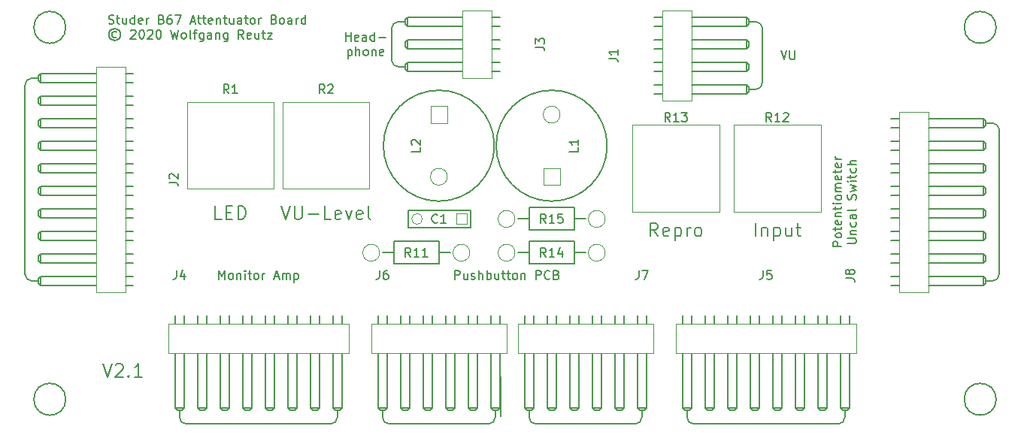
<source format=gbr>
G04 #@! TF.GenerationSoftware,KiCad,Pcbnew,(5.1.9-0-10_14)*
G04 #@! TF.CreationDate,2020-12-29T17:03:32+01:00*
G04 #@! TF.ProjectId,Attentuator Board V2,41747465-6e74-4756-9174-6f7220426f61,2.1*
G04 #@! TF.SameCoordinates,Original*
G04 #@! TF.FileFunction,Legend,Top*
G04 #@! TF.FilePolarity,Positive*
%FSLAX46Y46*%
G04 Gerber Fmt 4.6, Leading zero omitted, Abs format (unit mm)*
G04 Created by KiCad (PCBNEW (5.1.9-0-10_14)) date 2020-12-29 17:03:32*
%MOMM*%
%LPD*%
G01*
G04 APERTURE LIST*
%ADD10C,0.150000*%
%ADD11C,0.200000*%
%ADD12C,0.120000*%
%ADD13C,0.100000*%
G04 APERTURE END LIST*
D10*
X158020000Y-99738571D02*
X157520000Y-99024285D01*
X157162857Y-99738571D02*
X157162857Y-98238571D01*
X157734285Y-98238571D01*
X157877142Y-98310000D01*
X157948571Y-98381428D01*
X158020000Y-98524285D01*
X158020000Y-98738571D01*
X157948571Y-98881428D01*
X157877142Y-98952857D01*
X157734285Y-99024285D01*
X157162857Y-99024285D01*
X159234285Y-99667142D02*
X159091428Y-99738571D01*
X158805714Y-99738571D01*
X158662857Y-99667142D01*
X158591428Y-99524285D01*
X158591428Y-98952857D01*
X158662857Y-98810000D01*
X158805714Y-98738571D01*
X159091428Y-98738571D01*
X159234285Y-98810000D01*
X159305714Y-98952857D01*
X159305714Y-99095714D01*
X158591428Y-99238571D01*
X159948571Y-98738571D02*
X159948571Y-100238571D01*
X159948571Y-98810000D02*
X160091428Y-98738571D01*
X160377142Y-98738571D01*
X160520000Y-98810000D01*
X160591428Y-98881428D01*
X160662857Y-99024285D01*
X160662857Y-99452857D01*
X160591428Y-99595714D01*
X160520000Y-99667142D01*
X160377142Y-99738571D01*
X160091428Y-99738571D01*
X159948571Y-99667142D01*
X161305714Y-99738571D02*
X161305714Y-98738571D01*
X161305714Y-99024285D02*
X161377142Y-98881428D01*
X161448571Y-98810000D01*
X161591428Y-98738571D01*
X161734285Y-98738571D01*
X162448571Y-99738571D02*
X162305714Y-99667142D01*
X162234285Y-99595714D01*
X162162857Y-99452857D01*
X162162857Y-99024285D01*
X162234285Y-98881428D01*
X162305714Y-98810000D01*
X162448571Y-98738571D01*
X162662857Y-98738571D01*
X162805714Y-98810000D01*
X162877142Y-98881428D01*
X162948571Y-99024285D01*
X162948571Y-99452857D01*
X162877142Y-99595714D01*
X162805714Y-99667142D01*
X162662857Y-99738571D01*
X162448571Y-99738571D01*
X168985714Y-99738571D02*
X168985714Y-98238571D01*
X169700000Y-98738571D02*
X169700000Y-99738571D01*
X169700000Y-98881428D02*
X169771428Y-98810000D01*
X169914285Y-98738571D01*
X170128571Y-98738571D01*
X170271428Y-98810000D01*
X170342857Y-98952857D01*
X170342857Y-99738571D01*
X171057142Y-98738571D02*
X171057142Y-100238571D01*
X171057142Y-98810000D02*
X171200000Y-98738571D01*
X171485714Y-98738571D01*
X171628571Y-98810000D01*
X171700000Y-98881428D01*
X171771428Y-99024285D01*
X171771428Y-99452857D01*
X171700000Y-99595714D01*
X171628571Y-99667142D01*
X171485714Y-99738571D01*
X171200000Y-99738571D01*
X171057142Y-99667142D01*
X173057142Y-98738571D02*
X173057142Y-99738571D01*
X172414285Y-98738571D02*
X172414285Y-99524285D01*
X172485714Y-99667142D01*
X172628571Y-99738571D01*
X172842857Y-99738571D01*
X172985714Y-99667142D01*
X173057142Y-99595714D01*
X173557142Y-98738571D02*
X174128571Y-98738571D01*
X173771428Y-98238571D02*
X173771428Y-99524285D01*
X173842857Y-99667142D01*
X173985714Y-99738571D01*
X174128571Y-99738571D01*
X96172976Y-75779761D02*
X96315833Y-75827380D01*
X96553928Y-75827380D01*
X96649166Y-75779761D01*
X96696785Y-75732142D01*
X96744404Y-75636904D01*
X96744404Y-75541666D01*
X96696785Y-75446428D01*
X96649166Y-75398809D01*
X96553928Y-75351190D01*
X96363452Y-75303571D01*
X96268214Y-75255952D01*
X96220595Y-75208333D01*
X96172976Y-75113095D01*
X96172976Y-75017857D01*
X96220595Y-74922619D01*
X96268214Y-74875000D01*
X96363452Y-74827380D01*
X96601547Y-74827380D01*
X96744404Y-74875000D01*
X97030119Y-75160714D02*
X97411071Y-75160714D01*
X97172976Y-74827380D02*
X97172976Y-75684523D01*
X97220595Y-75779761D01*
X97315833Y-75827380D01*
X97411071Y-75827380D01*
X98172976Y-75160714D02*
X98172976Y-75827380D01*
X97744404Y-75160714D02*
X97744404Y-75684523D01*
X97792023Y-75779761D01*
X97887261Y-75827380D01*
X98030119Y-75827380D01*
X98125357Y-75779761D01*
X98172976Y-75732142D01*
X99077738Y-75827380D02*
X99077738Y-74827380D01*
X99077738Y-75779761D02*
X98982500Y-75827380D01*
X98792023Y-75827380D01*
X98696785Y-75779761D01*
X98649166Y-75732142D01*
X98601547Y-75636904D01*
X98601547Y-75351190D01*
X98649166Y-75255952D01*
X98696785Y-75208333D01*
X98792023Y-75160714D01*
X98982500Y-75160714D01*
X99077738Y-75208333D01*
X99934880Y-75779761D02*
X99839642Y-75827380D01*
X99649166Y-75827380D01*
X99553928Y-75779761D01*
X99506309Y-75684523D01*
X99506309Y-75303571D01*
X99553928Y-75208333D01*
X99649166Y-75160714D01*
X99839642Y-75160714D01*
X99934880Y-75208333D01*
X99982500Y-75303571D01*
X99982500Y-75398809D01*
X99506309Y-75494047D01*
X100411071Y-75827380D02*
X100411071Y-75160714D01*
X100411071Y-75351190D02*
X100458690Y-75255952D01*
X100506309Y-75208333D01*
X100601547Y-75160714D01*
X100696785Y-75160714D01*
X102125357Y-75303571D02*
X102268214Y-75351190D01*
X102315833Y-75398809D01*
X102363452Y-75494047D01*
X102363452Y-75636904D01*
X102315833Y-75732142D01*
X102268214Y-75779761D01*
X102172976Y-75827380D01*
X101792023Y-75827380D01*
X101792023Y-74827380D01*
X102125357Y-74827380D01*
X102220595Y-74875000D01*
X102268214Y-74922619D01*
X102315833Y-75017857D01*
X102315833Y-75113095D01*
X102268214Y-75208333D01*
X102220595Y-75255952D01*
X102125357Y-75303571D01*
X101792023Y-75303571D01*
X103220595Y-74827380D02*
X103030119Y-74827380D01*
X102934880Y-74875000D01*
X102887261Y-74922619D01*
X102792023Y-75065476D01*
X102744404Y-75255952D01*
X102744404Y-75636904D01*
X102792023Y-75732142D01*
X102839642Y-75779761D01*
X102934880Y-75827380D01*
X103125357Y-75827380D01*
X103220595Y-75779761D01*
X103268214Y-75732142D01*
X103315833Y-75636904D01*
X103315833Y-75398809D01*
X103268214Y-75303571D01*
X103220595Y-75255952D01*
X103125357Y-75208333D01*
X102934880Y-75208333D01*
X102839642Y-75255952D01*
X102792023Y-75303571D01*
X102744404Y-75398809D01*
X103649166Y-74827380D02*
X104315833Y-74827380D01*
X103887261Y-75827380D01*
X105411071Y-75541666D02*
X105887261Y-75541666D01*
X105315833Y-75827380D02*
X105649166Y-74827380D01*
X105982500Y-75827380D01*
X106172976Y-75160714D02*
X106553928Y-75160714D01*
X106315833Y-74827380D02*
X106315833Y-75684523D01*
X106363452Y-75779761D01*
X106458690Y-75827380D01*
X106553928Y-75827380D01*
X106744404Y-75160714D02*
X107125357Y-75160714D01*
X106887261Y-74827380D02*
X106887261Y-75684523D01*
X106934880Y-75779761D01*
X107030119Y-75827380D01*
X107125357Y-75827380D01*
X107839642Y-75779761D02*
X107744404Y-75827380D01*
X107553928Y-75827380D01*
X107458690Y-75779761D01*
X107411071Y-75684523D01*
X107411071Y-75303571D01*
X107458690Y-75208333D01*
X107553928Y-75160714D01*
X107744404Y-75160714D01*
X107839642Y-75208333D01*
X107887261Y-75303571D01*
X107887261Y-75398809D01*
X107411071Y-75494047D01*
X108315833Y-75160714D02*
X108315833Y-75827380D01*
X108315833Y-75255952D02*
X108363452Y-75208333D01*
X108458690Y-75160714D01*
X108601547Y-75160714D01*
X108696785Y-75208333D01*
X108744404Y-75303571D01*
X108744404Y-75827380D01*
X109077738Y-75160714D02*
X109458690Y-75160714D01*
X109220595Y-74827380D02*
X109220595Y-75684523D01*
X109268214Y-75779761D01*
X109363452Y-75827380D01*
X109458690Y-75827380D01*
X110220595Y-75160714D02*
X110220595Y-75827380D01*
X109792023Y-75160714D02*
X109792023Y-75684523D01*
X109839642Y-75779761D01*
X109934880Y-75827380D01*
X110077738Y-75827380D01*
X110172976Y-75779761D01*
X110220595Y-75732142D01*
X111125357Y-75827380D02*
X111125357Y-75303571D01*
X111077738Y-75208333D01*
X110982500Y-75160714D01*
X110792023Y-75160714D01*
X110696785Y-75208333D01*
X111125357Y-75779761D02*
X111030119Y-75827380D01*
X110792023Y-75827380D01*
X110696785Y-75779761D01*
X110649166Y-75684523D01*
X110649166Y-75589285D01*
X110696785Y-75494047D01*
X110792023Y-75446428D01*
X111030119Y-75446428D01*
X111125357Y-75398809D01*
X111458690Y-75160714D02*
X111839642Y-75160714D01*
X111601547Y-74827380D02*
X111601547Y-75684523D01*
X111649166Y-75779761D01*
X111744404Y-75827380D01*
X111839642Y-75827380D01*
X112315833Y-75827380D02*
X112220595Y-75779761D01*
X112172976Y-75732142D01*
X112125357Y-75636904D01*
X112125357Y-75351190D01*
X112172976Y-75255952D01*
X112220595Y-75208333D01*
X112315833Y-75160714D01*
X112458690Y-75160714D01*
X112553928Y-75208333D01*
X112601547Y-75255952D01*
X112649166Y-75351190D01*
X112649166Y-75636904D01*
X112601547Y-75732142D01*
X112553928Y-75779761D01*
X112458690Y-75827380D01*
X112315833Y-75827380D01*
X113077738Y-75827380D02*
X113077738Y-75160714D01*
X113077738Y-75351190D02*
X113125357Y-75255952D01*
X113172976Y-75208333D01*
X113268214Y-75160714D01*
X113363452Y-75160714D01*
X114792023Y-75303571D02*
X114934880Y-75351190D01*
X114982500Y-75398809D01*
X115030119Y-75494047D01*
X115030119Y-75636904D01*
X114982500Y-75732142D01*
X114934880Y-75779761D01*
X114839642Y-75827380D01*
X114458690Y-75827380D01*
X114458690Y-74827380D01*
X114792023Y-74827380D01*
X114887261Y-74875000D01*
X114934880Y-74922619D01*
X114982500Y-75017857D01*
X114982500Y-75113095D01*
X114934880Y-75208333D01*
X114887261Y-75255952D01*
X114792023Y-75303571D01*
X114458690Y-75303571D01*
X115601547Y-75827380D02*
X115506309Y-75779761D01*
X115458690Y-75732142D01*
X115411071Y-75636904D01*
X115411071Y-75351190D01*
X115458690Y-75255952D01*
X115506309Y-75208333D01*
X115601547Y-75160714D01*
X115744404Y-75160714D01*
X115839642Y-75208333D01*
X115887261Y-75255952D01*
X115934880Y-75351190D01*
X115934880Y-75636904D01*
X115887261Y-75732142D01*
X115839642Y-75779761D01*
X115744404Y-75827380D01*
X115601547Y-75827380D01*
X116792023Y-75827380D02*
X116792023Y-75303571D01*
X116744404Y-75208333D01*
X116649166Y-75160714D01*
X116458690Y-75160714D01*
X116363452Y-75208333D01*
X116792023Y-75779761D02*
X116696785Y-75827380D01*
X116458690Y-75827380D01*
X116363452Y-75779761D01*
X116315833Y-75684523D01*
X116315833Y-75589285D01*
X116363452Y-75494047D01*
X116458690Y-75446428D01*
X116696785Y-75446428D01*
X116792023Y-75398809D01*
X117268214Y-75827380D02*
X117268214Y-75160714D01*
X117268214Y-75351190D02*
X117315833Y-75255952D01*
X117363452Y-75208333D01*
X117458690Y-75160714D01*
X117553928Y-75160714D01*
X118315833Y-75827380D02*
X118315833Y-74827380D01*
X118315833Y-75779761D02*
X118220595Y-75827380D01*
X118030119Y-75827380D01*
X117934880Y-75779761D01*
X117887261Y-75732142D01*
X117839642Y-75636904D01*
X117839642Y-75351190D01*
X117887261Y-75255952D01*
X117934880Y-75208333D01*
X118030119Y-75160714D01*
X118220595Y-75160714D01*
X118315833Y-75208333D01*
X97030119Y-76715476D02*
X96934880Y-76667857D01*
X96744404Y-76667857D01*
X96649166Y-76715476D01*
X96553928Y-76810714D01*
X96506309Y-76905952D01*
X96506309Y-77096428D01*
X96553928Y-77191666D01*
X96649166Y-77286904D01*
X96744404Y-77334523D01*
X96934880Y-77334523D01*
X97030119Y-77286904D01*
X96839642Y-76334523D02*
X96601547Y-76382142D01*
X96363452Y-76525000D01*
X96220595Y-76763095D01*
X96172976Y-77001190D01*
X96220595Y-77239285D01*
X96363452Y-77477380D01*
X96601547Y-77620238D01*
X96839642Y-77667857D01*
X97077738Y-77620238D01*
X97315833Y-77477380D01*
X97458690Y-77239285D01*
X97506309Y-77001190D01*
X97458690Y-76763095D01*
X97315833Y-76525000D01*
X97077738Y-76382142D01*
X96839642Y-76334523D01*
X98649166Y-76572619D02*
X98696785Y-76525000D01*
X98792023Y-76477380D01*
X99030119Y-76477380D01*
X99125357Y-76525000D01*
X99172976Y-76572619D01*
X99220595Y-76667857D01*
X99220595Y-76763095D01*
X99172976Y-76905952D01*
X98601547Y-77477380D01*
X99220595Y-77477380D01*
X99839642Y-76477380D02*
X99934880Y-76477380D01*
X100030119Y-76525000D01*
X100077738Y-76572619D01*
X100125357Y-76667857D01*
X100172976Y-76858333D01*
X100172976Y-77096428D01*
X100125357Y-77286904D01*
X100077738Y-77382142D01*
X100030119Y-77429761D01*
X99934880Y-77477380D01*
X99839642Y-77477380D01*
X99744404Y-77429761D01*
X99696785Y-77382142D01*
X99649166Y-77286904D01*
X99601547Y-77096428D01*
X99601547Y-76858333D01*
X99649166Y-76667857D01*
X99696785Y-76572619D01*
X99744404Y-76525000D01*
X99839642Y-76477380D01*
X100553928Y-76572619D02*
X100601547Y-76525000D01*
X100696785Y-76477380D01*
X100934880Y-76477380D01*
X101030119Y-76525000D01*
X101077738Y-76572619D01*
X101125357Y-76667857D01*
X101125357Y-76763095D01*
X101077738Y-76905952D01*
X100506309Y-77477380D01*
X101125357Y-77477380D01*
X101744404Y-76477380D02*
X101839642Y-76477380D01*
X101934880Y-76525000D01*
X101982500Y-76572619D01*
X102030119Y-76667857D01*
X102077738Y-76858333D01*
X102077738Y-77096428D01*
X102030119Y-77286904D01*
X101982500Y-77382142D01*
X101934880Y-77429761D01*
X101839642Y-77477380D01*
X101744404Y-77477380D01*
X101649166Y-77429761D01*
X101601547Y-77382142D01*
X101553928Y-77286904D01*
X101506309Y-77096428D01*
X101506309Y-76858333D01*
X101553928Y-76667857D01*
X101601547Y-76572619D01*
X101649166Y-76525000D01*
X101744404Y-76477380D01*
X103172976Y-76477380D02*
X103411071Y-77477380D01*
X103601547Y-76763095D01*
X103792023Y-77477380D01*
X104030119Y-76477380D01*
X104553928Y-77477380D02*
X104458690Y-77429761D01*
X104411071Y-77382142D01*
X104363452Y-77286904D01*
X104363452Y-77001190D01*
X104411071Y-76905952D01*
X104458690Y-76858333D01*
X104553928Y-76810714D01*
X104696785Y-76810714D01*
X104792023Y-76858333D01*
X104839642Y-76905952D01*
X104887261Y-77001190D01*
X104887261Y-77286904D01*
X104839642Y-77382142D01*
X104792023Y-77429761D01*
X104696785Y-77477380D01*
X104553928Y-77477380D01*
X105458690Y-77477380D02*
X105363452Y-77429761D01*
X105315833Y-77334523D01*
X105315833Y-76477380D01*
X105696785Y-76810714D02*
X106077738Y-76810714D01*
X105839642Y-77477380D02*
X105839642Y-76620238D01*
X105887261Y-76525000D01*
X105982500Y-76477380D01*
X106077738Y-76477380D01*
X106839642Y-76810714D02*
X106839642Y-77620238D01*
X106792023Y-77715476D01*
X106744404Y-77763095D01*
X106649166Y-77810714D01*
X106506309Y-77810714D01*
X106411071Y-77763095D01*
X106839642Y-77429761D02*
X106744404Y-77477380D01*
X106553928Y-77477380D01*
X106458690Y-77429761D01*
X106411071Y-77382142D01*
X106363452Y-77286904D01*
X106363452Y-77001190D01*
X106411071Y-76905952D01*
X106458690Y-76858333D01*
X106553928Y-76810714D01*
X106744404Y-76810714D01*
X106839642Y-76858333D01*
X107744404Y-77477380D02*
X107744404Y-76953571D01*
X107696785Y-76858333D01*
X107601547Y-76810714D01*
X107411071Y-76810714D01*
X107315833Y-76858333D01*
X107744404Y-77429761D02*
X107649166Y-77477380D01*
X107411071Y-77477380D01*
X107315833Y-77429761D01*
X107268214Y-77334523D01*
X107268214Y-77239285D01*
X107315833Y-77144047D01*
X107411071Y-77096428D01*
X107649166Y-77096428D01*
X107744404Y-77048809D01*
X108220595Y-76810714D02*
X108220595Y-77477380D01*
X108220595Y-76905952D02*
X108268214Y-76858333D01*
X108363452Y-76810714D01*
X108506309Y-76810714D01*
X108601547Y-76858333D01*
X108649166Y-76953571D01*
X108649166Y-77477380D01*
X109553928Y-76810714D02*
X109553928Y-77620238D01*
X109506309Y-77715476D01*
X109458690Y-77763095D01*
X109363452Y-77810714D01*
X109220595Y-77810714D01*
X109125357Y-77763095D01*
X109553928Y-77429761D02*
X109458690Y-77477380D01*
X109268214Y-77477380D01*
X109172976Y-77429761D01*
X109125357Y-77382142D01*
X109077738Y-77286904D01*
X109077738Y-77001190D01*
X109125357Y-76905952D01*
X109172976Y-76858333D01*
X109268214Y-76810714D01*
X109458690Y-76810714D01*
X109553928Y-76858333D01*
X111363452Y-77477380D02*
X111030119Y-77001190D01*
X110792023Y-77477380D02*
X110792023Y-76477380D01*
X111172976Y-76477380D01*
X111268214Y-76525000D01*
X111315833Y-76572619D01*
X111363452Y-76667857D01*
X111363452Y-76810714D01*
X111315833Y-76905952D01*
X111268214Y-76953571D01*
X111172976Y-77001190D01*
X110792023Y-77001190D01*
X112172976Y-77429761D02*
X112077738Y-77477380D01*
X111887261Y-77477380D01*
X111792023Y-77429761D01*
X111744404Y-77334523D01*
X111744404Y-76953571D01*
X111792023Y-76858333D01*
X111887261Y-76810714D01*
X112077738Y-76810714D01*
X112172976Y-76858333D01*
X112220595Y-76953571D01*
X112220595Y-77048809D01*
X111744404Y-77144047D01*
X113077738Y-76810714D02*
X113077738Y-77477380D01*
X112649166Y-76810714D02*
X112649166Y-77334523D01*
X112696785Y-77429761D01*
X112792023Y-77477380D01*
X112934880Y-77477380D01*
X113030119Y-77429761D01*
X113077738Y-77382142D01*
X113411071Y-76810714D02*
X113792023Y-76810714D01*
X113553928Y-76477380D02*
X113553928Y-77334523D01*
X113601547Y-77429761D01*
X113696785Y-77477380D01*
X113792023Y-77477380D01*
X114030119Y-76810714D02*
X114553928Y-76810714D01*
X114030119Y-77477380D01*
X114553928Y-77477380D01*
X95504285Y-114113571D02*
X96004285Y-115613571D01*
X96504285Y-114113571D01*
X96932857Y-114256428D02*
X97004285Y-114185000D01*
X97147142Y-114113571D01*
X97504285Y-114113571D01*
X97647142Y-114185000D01*
X97718571Y-114256428D01*
X97790000Y-114399285D01*
X97790000Y-114542142D01*
X97718571Y-114756428D01*
X96861428Y-115613571D01*
X97790000Y-115613571D01*
X98432857Y-115470714D02*
X98504285Y-115542142D01*
X98432857Y-115613571D01*
X98361428Y-115542142D01*
X98432857Y-115470714D01*
X98432857Y-115613571D01*
X99932857Y-115613571D02*
X99075714Y-115613571D01*
X99504285Y-115613571D02*
X99504285Y-114113571D01*
X99361428Y-114327857D01*
X99218571Y-114470714D01*
X99075714Y-114542142D01*
X178697380Y-100861190D02*
X177697380Y-100861190D01*
X177697380Y-100480238D01*
X177745000Y-100385000D01*
X177792619Y-100337380D01*
X177887857Y-100289761D01*
X178030714Y-100289761D01*
X178125952Y-100337380D01*
X178173571Y-100385000D01*
X178221190Y-100480238D01*
X178221190Y-100861190D01*
X178697380Y-99718333D02*
X178649761Y-99813571D01*
X178602142Y-99861190D01*
X178506904Y-99908809D01*
X178221190Y-99908809D01*
X178125952Y-99861190D01*
X178078333Y-99813571D01*
X178030714Y-99718333D01*
X178030714Y-99575476D01*
X178078333Y-99480238D01*
X178125952Y-99432619D01*
X178221190Y-99385000D01*
X178506904Y-99385000D01*
X178602142Y-99432619D01*
X178649761Y-99480238D01*
X178697380Y-99575476D01*
X178697380Y-99718333D01*
X178030714Y-99099285D02*
X178030714Y-98718333D01*
X177697380Y-98956428D02*
X178554523Y-98956428D01*
X178649761Y-98908809D01*
X178697380Y-98813571D01*
X178697380Y-98718333D01*
X178649761Y-98004047D02*
X178697380Y-98099285D01*
X178697380Y-98289761D01*
X178649761Y-98385000D01*
X178554523Y-98432619D01*
X178173571Y-98432619D01*
X178078333Y-98385000D01*
X178030714Y-98289761D01*
X178030714Y-98099285D01*
X178078333Y-98004047D01*
X178173571Y-97956428D01*
X178268809Y-97956428D01*
X178364047Y-98432619D01*
X178030714Y-97527857D02*
X178697380Y-97527857D01*
X178125952Y-97527857D02*
X178078333Y-97480238D01*
X178030714Y-97385000D01*
X178030714Y-97242142D01*
X178078333Y-97146904D01*
X178173571Y-97099285D01*
X178697380Y-97099285D01*
X178030714Y-96765952D02*
X178030714Y-96385000D01*
X177697380Y-96623095D02*
X178554523Y-96623095D01*
X178649761Y-96575476D01*
X178697380Y-96480238D01*
X178697380Y-96385000D01*
X178697380Y-96051666D02*
X178030714Y-96051666D01*
X177697380Y-96051666D02*
X177745000Y-96099285D01*
X177792619Y-96051666D01*
X177745000Y-96004047D01*
X177697380Y-96051666D01*
X177792619Y-96051666D01*
X178697380Y-95432619D02*
X178649761Y-95527857D01*
X178602142Y-95575476D01*
X178506904Y-95623095D01*
X178221190Y-95623095D01*
X178125952Y-95575476D01*
X178078333Y-95527857D01*
X178030714Y-95432619D01*
X178030714Y-95289761D01*
X178078333Y-95194523D01*
X178125952Y-95146904D01*
X178221190Y-95099285D01*
X178506904Y-95099285D01*
X178602142Y-95146904D01*
X178649761Y-95194523D01*
X178697380Y-95289761D01*
X178697380Y-95432619D01*
X178697380Y-94670714D02*
X178030714Y-94670714D01*
X178125952Y-94670714D02*
X178078333Y-94623095D01*
X178030714Y-94527857D01*
X178030714Y-94385000D01*
X178078333Y-94289761D01*
X178173571Y-94242142D01*
X178697380Y-94242142D01*
X178173571Y-94242142D02*
X178078333Y-94194523D01*
X178030714Y-94099285D01*
X178030714Y-93956428D01*
X178078333Y-93861190D01*
X178173571Y-93813571D01*
X178697380Y-93813571D01*
X178649761Y-92956428D02*
X178697380Y-93051666D01*
X178697380Y-93242142D01*
X178649761Y-93337380D01*
X178554523Y-93385000D01*
X178173571Y-93385000D01*
X178078333Y-93337380D01*
X178030714Y-93242142D01*
X178030714Y-93051666D01*
X178078333Y-92956428D01*
X178173571Y-92908809D01*
X178268809Y-92908809D01*
X178364047Y-93385000D01*
X178030714Y-92623095D02*
X178030714Y-92242142D01*
X177697380Y-92480238D02*
X178554523Y-92480238D01*
X178649761Y-92432619D01*
X178697380Y-92337380D01*
X178697380Y-92242142D01*
X178649761Y-91527857D02*
X178697380Y-91623095D01*
X178697380Y-91813571D01*
X178649761Y-91908809D01*
X178554523Y-91956428D01*
X178173571Y-91956428D01*
X178078333Y-91908809D01*
X178030714Y-91813571D01*
X178030714Y-91623095D01*
X178078333Y-91527857D01*
X178173571Y-91480238D01*
X178268809Y-91480238D01*
X178364047Y-91956428D01*
X178697380Y-91051666D02*
X178030714Y-91051666D01*
X178221190Y-91051666D02*
X178125952Y-91004047D01*
X178078333Y-90956428D01*
X178030714Y-90861190D01*
X178030714Y-90765952D01*
X179347380Y-100551666D02*
X180156904Y-100551666D01*
X180252142Y-100504047D01*
X180299761Y-100456428D01*
X180347380Y-100361190D01*
X180347380Y-100170714D01*
X180299761Y-100075476D01*
X180252142Y-100027857D01*
X180156904Y-99980238D01*
X179347380Y-99980238D01*
X179680714Y-99504047D02*
X180347380Y-99504047D01*
X179775952Y-99504047D02*
X179728333Y-99456428D01*
X179680714Y-99361190D01*
X179680714Y-99218333D01*
X179728333Y-99123095D01*
X179823571Y-99075476D01*
X180347380Y-99075476D01*
X180299761Y-98170714D02*
X180347380Y-98265952D01*
X180347380Y-98456428D01*
X180299761Y-98551666D01*
X180252142Y-98599285D01*
X180156904Y-98646904D01*
X179871190Y-98646904D01*
X179775952Y-98599285D01*
X179728333Y-98551666D01*
X179680714Y-98456428D01*
X179680714Y-98265952D01*
X179728333Y-98170714D01*
X180347380Y-97313571D02*
X179823571Y-97313571D01*
X179728333Y-97361190D01*
X179680714Y-97456428D01*
X179680714Y-97646904D01*
X179728333Y-97742142D01*
X180299761Y-97313571D02*
X180347380Y-97408809D01*
X180347380Y-97646904D01*
X180299761Y-97742142D01*
X180204523Y-97789761D01*
X180109285Y-97789761D01*
X180014047Y-97742142D01*
X179966428Y-97646904D01*
X179966428Y-97408809D01*
X179918809Y-97313571D01*
X180347380Y-96694523D02*
X180299761Y-96789761D01*
X180204523Y-96837380D01*
X179347380Y-96837380D01*
X180299761Y-95599285D02*
X180347380Y-95456428D01*
X180347380Y-95218333D01*
X180299761Y-95123095D01*
X180252142Y-95075476D01*
X180156904Y-95027857D01*
X180061666Y-95027857D01*
X179966428Y-95075476D01*
X179918809Y-95123095D01*
X179871190Y-95218333D01*
X179823571Y-95408809D01*
X179775952Y-95504047D01*
X179728333Y-95551666D01*
X179633095Y-95599285D01*
X179537857Y-95599285D01*
X179442619Y-95551666D01*
X179395000Y-95504047D01*
X179347380Y-95408809D01*
X179347380Y-95170714D01*
X179395000Y-95027857D01*
X179680714Y-94694523D02*
X180347380Y-94504047D01*
X179871190Y-94313571D01*
X180347380Y-94123095D01*
X179680714Y-93932619D01*
X180347380Y-93551666D02*
X179680714Y-93551666D01*
X179347380Y-93551666D02*
X179395000Y-93599285D01*
X179442619Y-93551666D01*
X179395000Y-93504047D01*
X179347380Y-93551666D01*
X179442619Y-93551666D01*
X179680714Y-93218333D02*
X179680714Y-92837380D01*
X179347380Y-93075476D02*
X180204523Y-93075476D01*
X180299761Y-93027857D01*
X180347380Y-92932619D01*
X180347380Y-92837380D01*
X180299761Y-92075476D02*
X180347380Y-92170714D01*
X180347380Y-92361190D01*
X180299761Y-92456428D01*
X180252142Y-92504047D01*
X180156904Y-92551666D01*
X179871190Y-92551666D01*
X179775952Y-92504047D01*
X179728333Y-92456428D01*
X179680714Y-92361190D01*
X179680714Y-92170714D01*
X179728333Y-92075476D01*
X180347380Y-91646904D02*
X179347380Y-91646904D01*
X180347380Y-91218333D02*
X179823571Y-91218333D01*
X179728333Y-91265952D01*
X179680714Y-91361190D01*
X179680714Y-91504047D01*
X179728333Y-91599285D01*
X179775952Y-91646904D01*
X108577619Y-104592380D02*
X108577619Y-103592380D01*
X108910952Y-104306666D01*
X109244285Y-103592380D01*
X109244285Y-104592380D01*
X109863333Y-104592380D02*
X109768095Y-104544761D01*
X109720476Y-104497142D01*
X109672857Y-104401904D01*
X109672857Y-104116190D01*
X109720476Y-104020952D01*
X109768095Y-103973333D01*
X109863333Y-103925714D01*
X110006190Y-103925714D01*
X110101428Y-103973333D01*
X110149047Y-104020952D01*
X110196666Y-104116190D01*
X110196666Y-104401904D01*
X110149047Y-104497142D01*
X110101428Y-104544761D01*
X110006190Y-104592380D01*
X109863333Y-104592380D01*
X110625238Y-103925714D02*
X110625238Y-104592380D01*
X110625238Y-104020952D02*
X110672857Y-103973333D01*
X110768095Y-103925714D01*
X110910952Y-103925714D01*
X111006190Y-103973333D01*
X111053809Y-104068571D01*
X111053809Y-104592380D01*
X111530000Y-104592380D02*
X111530000Y-103925714D01*
X111530000Y-103592380D02*
X111482380Y-103640000D01*
X111530000Y-103687619D01*
X111577619Y-103640000D01*
X111530000Y-103592380D01*
X111530000Y-103687619D01*
X111863333Y-103925714D02*
X112244285Y-103925714D01*
X112006190Y-103592380D02*
X112006190Y-104449523D01*
X112053809Y-104544761D01*
X112149047Y-104592380D01*
X112244285Y-104592380D01*
X112720476Y-104592380D02*
X112625238Y-104544761D01*
X112577619Y-104497142D01*
X112530000Y-104401904D01*
X112530000Y-104116190D01*
X112577619Y-104020952D01*
X112625238Y-103973333D01*
X112720476Y-103925714D01*
X112863333Y-103925714D01*
X112958571Y-103973333D01*
X113006190Y-104020952D01*
X113053809Y-104116190D01*
X113053809Y-104401904D01*
X113006190Y-104497142D01*
X112958571Y-104544761D01*
X112863333Y-104592380D01*
X112720476Y-104592380D01*
X113482380Y-104592380D02*
X113482380Y-103925714D01*
X113482380Y-104116190D02*
X113530000Y-104020952D01*
X113577619Y-103973333D01*
X113672857Y-103925714D01*
X113768095Y-103925714D01*
X114815714Y-104306666D02*
X115291904Y-104306666D01*
X114720476Y-104592380D02*
X115053809Y-103592380D01*
X115387142Y-104592380D01*
X115720476Y-104592380D02*
X115720476Y-103925714D01*
X115720476Y-104020952D02*
X115768095Y-103973333D01*
X115863333Y-103925714D01*
X116006190Y-103925714D01*
X116101428Y-103973333D01*
X116149047Y-104068571D01*
X116149047Y-104592380D01*
X116149047Y-104068571D02*
X116196666Y-103973333D01*
X116291904Y-103925714D01*
X116434761Y-103925714D01*
X116530000Y-103973333D01*
X116577619Y-104068571D01*
X116577619Y-104592380D01*
X117053809Y-103925714D02*
X117053809Y-104925714D01*
X117053809Y-103973333D02*
X117149047Y-103925714D01*
X117339523Y-103925714D01*
X117434761Y-103973333D01*
X117482380Y-104020952D01*
X117530000Y-104116190D01*
X117530000Y-104401904D01*
X117482380Y-104497142D01*
X117434761Y-104544761D01*
X117339523Y-104592380D01*
X117149047Y-104592380D01*
X117053809Y-104544761D01*
X135136666Y-104592380D02*
X135136666Y-103592380D01*
X135517619Y-103592380D01*
X135612857Y-103640000D01*
X135660476Y-103687619D01*
X135708095Y-103782857D01*
X135708095Y-103925714D01*
X135660476Y-104020952D01*
X135612857Y-104068571D01*
X135517619Y-104116190D01*
X135136666Y-104116190D01*
X136565238Y-103925714D02*
X136565238Y-104592380D01*
X136136666Y-103925714D02*
X136136666Y-104449523D01*
X136184285Y-104544761D01*
X136279523Y-104592380D01*
X136422380Y-104592380D01*
X136517619Y-104544761D01*
X136565238Y-104497142D01*
X136993809Y-104544761D02*
X137089047Y-104592380D01*
X137279523Y-104592380D01*
X137374761Y-104544761D01*
X137422380Y-104449523D01*
X137422380Y-104401904D01*
X137374761Y-104306666D01*
X137279523Y-104259047D01*
X137136666Y-104259047D01*
X137041428Y-104211428D01*
X136993809Y-104116190D01*
X136993809Y-104068571D01*
X137041428Y-103973333D01*
X137136666Y-103925714D01*
X137279523Y-103925714D01*
X137374761Y-103973333D01*
X137850952Y-104592380D02*
X137850952Y-103592380D01*
X138279523Y-104592380D02*
X138279523Y-104068571D01*
X138231904Y-103973333D01*
X138136666Y-103925714D01*
X137993809Y-103925714D01*
X137898571Y-103973333D01*
X137850952Y-104020952D01*
X138755714Y-104592380D02*
X138755714Y-103592380D01*
X138755714Y-103973333D02*
X138850952Y-103925714D01*
X139041428Y-103925714D01*
X139136666Y-103973333D01*
X139184285Y-104020952D01*
X139231904Y-104116190D01*
X139231904Y-104401904D01*
X139184285Y-104497142D01*
X139136666Y-104544761D01*
X139041428Y-104592380D01*
X138850952Y-104592380D01*
X138755714Y-104544761D01*
X140089047Y-103925714D02*
X140089047Y-104592380D01*
X139660476Y-103925714D02*
X139660476Y-104449523D01*
X139708095Y-104544761D01*
X139803333Y-104592380D01*
X139946190Y-104592380D01*
X140041428Y-104544761D01*
X140089047Y-104497142D01*
X140422380Y-103925714D02*
X140803333Y-103925714D01*
X140565238Y-103592380D02*
X140565238Y-104449523D01*
X140612857Y-104544761D01*
X140708095Y-104592380D01*
X140803333Y-104592380D01*
X140993809Y-103925714D02*
X141374761Y-103925714D01*
X141136666Y-103592380D02*
X141136666Y-104449523D01*
X141184285Y-104544761D01*
X141279523Y-104592380D01*
X141374761Y-104592380D01*
X141850952Y-104592380D02*
X141755714Y-104544761D01*
X141708095Y-104497142D01*
X141660476Y-104401904D01*
X141660476Y-104116190D01*
X141708095Y-104020952D01*
X141755714Y-103973333D01*
X141850952Y-103925714D01*
X141993809Y-103925714D01*
X142089047Y-103973333D01*
X142136666Y-104020952D01*
X142184285Y-104116190D01*
X142184285Y-104401904D01*
X142136666Y-104497142D01*
X142089047Y-104544761D01*
X141993809Y-104592380D01*
X141850952Y-104592380D01*
X142612857Y-103925714D02*
X142612857Y-104592380D01*
X142612857Y-104020952D02*
X142660476Y-103973333D01*
X142755714Y-103925714D01*
X142898571Y-103925714D01*
X142993809Y-103973333D01*
X143041428Y-104068571D01*
X143041428Y-104592380D01*
X144279523Y-104592380D02*
X144279523Y-103592380D01*
X144660476Y-103592380D01*
X144755714Y-103640000D01*
X144803333Y-103687619D01*
X144850952Y-103782857D01*
X144850952Y-103925714D01*
X144803333Y-104020952D01*
X144755714Y-104068571D01*
X144660476Y-104116190D01*
X144279523Y-104116190D01*
X145850952Y-104497142D02*
X145803333Y-104544761D01*
X145660476Y-104592380D01*
X145565238Y-104592380D01*
X145422380Y-104544761D01*
X145327142Y-104449523D01*
X145279523Y-104354285D01*
X145231904Y-104163809D01*
X145231904Y-104020952D01*
X145279523Y-103830476D01*
X145327142Y-103735238D01*
X145422380Y-103640000D01*
X145565238Y-103592380D01*
X145660476Y-103592380D01*
X145803333Y-103640000D01*
X145850952Y-103687619D01*
X146612857Y-104068571D02*
X146755714Y-104116190D01*
X146803333Y-104163809D01*
X146850952Y-104259047D01*
X146850952Y-104401904D01*
X146803333Y-104497142D01*
X146755714Y-104544761D01*
X146660476Y-104592380D01*
X146279523Y-104592380D01*
X146279523Y-103592380D01*
X146612857Y-103592380D01*
X146708095Y-103640000D01*
X146755714Y-103687619D01*
X146803333Y-103782857D01*
X146803333Y-103878095D01*
X146755714Y-103973333D01*
X146708095Y-104020952D01*
X146612857Y-104068571D01*
X146279523Y-104068571D01*
X122856904Y-77732380D02*
X122856904Y-76732380D01*
X122856904Y-77208571D02*
X123428333Y-77208571D01*
X123428333Y-77732380D02*
X123428333Y-76732380D01*
X124285476Y-77684761D02*
X124190238Y-77732380D01*
X123999761Y-77732380D01*
X123904523Y-77684761D01*
X123856904Y-77589523D01*
X123856904Y-77208571D01*
X123904523Y-77113333D01*
X123999761Y-77065714D01*
X124190238Y-77065714D01*
X124285476Y-77113333D01*
X124333095Y-77208571D01*
X124333095Y-77303809D01*
X123856904Y-77399047D01*
X125190238Y-77732380D02*
X125190238Y-77208571D01*
X125142619Y-77113333D01*
X125047380Y-77065714D01*
X124856904Y-77065714D01*
X124761666Y-77113333D01*
X125190238Y-77684761D02*
X125095000Y-77732380D01*
X124856904Y-77732380D01*
X124761666Y-77684761D01*
X124714047Y-77589523D01*
X124714047Y-77494285D01*
X124761666Y-77399047D01*
X124856904Y-77351428D01*
X125095000Y-77351428D01*
X125190238Y-77303809D01*
X126095000Y-77732380D02*
X126095000Y-76732380D01*
X126095000Y-77684761D02*
X125999761Y-77732380D01*
X125809285Y-77732380D01*
X125714047Y-77684761D01*
X125666428Y-77637142D01*
X125618809Y-77541904D01*
X125618809Y-77256190D01*
X125666428Y-77160952D01*
X125714047Y-77113333D01*
X125809285Y-77065714D01*
X125999761Y-77065714D01*
X126095000Y-77113333D01*
X126571190Y-77351428D02*
X127333095Y-77351428D01*
X123095000Y-78715714D02*
X123095000Y-79715714D01*
X123095000Y-78763333D02*
X123190238Y-78715714D01*
X123380714Y-78715714D01*
X123475952Y-78763333D01*
X123523571Y-78810952D01*
X123571190Y-78906190D01*
X123571190Y-79191904D01*
X123523571Y-79287142D01*
X123475952Y-79334761D01*
X123380714Y-79382380D01*
X123190238Y-79382380D01*
X123095000Y-79334761D01*
X123999761Y-79382380D02*
X123999761Y-78382380D01*
X124428333Y-79382380D02*
X124428333Y-78858571D01*
X124380714Y-78763333D01*
X124285476Y-78715714D01*
X124142619Y-78715714D01*
X124047380Y-78763333D01*
X123999761Y-78810952D01*
X125047380Y-79382380D02*
X124952142Y-79334761D01*
X124904523Y-79287142D01*
X124856904Y-79191904D01*
X124856904Y-78906190D01*
X124904523Y-78810952D01*
X124952142Y-78763333D01*
X125047380Y-78715714D01*
X125190238Y-78715714D01*
X125285476Y-78763333D01*
X125333095Y-78810952D01*
X125380714Y-78906190D01*
X125380714Y-79191904D01*
X125333095Y-79287142D01*
X125285476Y-79334761D01*
X125190238Y-79382380D01*
X125047380Y-79382380D01*
X125809285Y-78715714D02*
X125809285Y-79382380D01*
X125809285Y-78810952D02*
X125856904Y-78763333D01*
X125952142Y-78715714D01*
X126095000Y-78715714D01*
X126190238Y-78763333D01*
X126237857Y-78858571D01*
X126237857Y-79382380D01*
X127095000Y-79334761D02*
X126999761Y-79382380D01*
X126809285Y-79382380D01*
X126714047Y-79334761D01*
X126666428Y-79239523D01*
X126666428Y-78858571D01*
X126714047Y-78763333D01*
X126809285Y-78715714D01*
X126999761Y-78715714D01*
X127095000Y-78763333D01*
X127142619Y-78858571D01*
X127142619Y-78953809D01*
X126666428Y-79049047D01*
X171862857Y-78827380D02*
X172196190Y-79827380D01*
X172529523Y-78827380D01*
X172862857Y-78827380D02*
X172862857Y-79636904D01*
X172910476Y-79732142D01*
X172958095Y-79779761D01*
X173053333Y-79827380D01*
X173243809Y-79827380D01*
X173339047Y-79779761D01*
X173386666Y-79732142D01*
X173434285Y-79636904D01*
X173434285Y-78827380D01*
X115578571Y-96333571D02*
X116078571Y-97833571D01*
X116578571Y-96333571D01*
X117078571Y-96333571D02*
X117078571Y-97547857D01*
X117150000Y-97690714D01*
X117221428Y-97762142D01*
X117364285Y-97833571D01*
X117650000Y-97833571D01*
X117792857Y-97762142D01*
X117864285Y-97690714D01*
X117935714Y-97547857D01*
X117935714Y-96333571D01*
X118650000Y-97262142D02*
X119792857Y-97262142D01*
X121221428Y-97833571D02*
X120507142Y-97833571D01*
X120507142Y-96333571D01*
X122292857Y-97762142D02*
X122150000Y-97833571D01*
X121864285Y-97833571D01*
X121721428Y-97762142D01*
X121650000Y-97619285D01*
X121650000Y-97047857D01*
X121721428Y-96905000D01*
X121864285Y-96833571D01*
X122150000Y-96833571D01*
X122292857Y-96905000D01*
X122364285Y-97047857D01*
X122364285Y-97190714D01*
X121650000Y-97333571D01*
X122864285Y-96833571D02*
X123221428Y-97833571D01*
X123578571Y-96833571D01*
X124721428Y-97762142D02*
X124578571Y-97833571D01*
X124292857Y-97833571D01*
X124150000Y-97762142D01*
X124078571Y-97619285D01*
X124078571Y-97047857D01*
X124150000Y-96905000D01*
X124292857Y-96833571D01*
X124578571Y-96833571D01*
X124721428Y-96905000D01*
X124792857Y-97047857D01*
X124792857Y-97190714D01*
X124078571Y-97333571D01*
X125650000Y-97833571D02*
X125507142Y-97762142D01*
X125435714Y-97619285D01*
X125435714Y-96333571D01*
X108890714Y-97833571D02*
X108176428Y-97833571D01*
X108176428Y-96333571D01*
X109390714Y-97047857D02*
X109890714Y-97047857D01*
X110105000Y-97833571D02*
X109390714Y-97833571D01*
X109390714Y-96333571D01*
X110105000Y-96333571D01*
X110747857Y-97833571D02*
X110747857Y-96333571D01*
X111105000Y-96333571D01*
X111319285Y-96405000D01*
X111462142Y-96547857D01*
X111533571Y-96690714D01*
X111605000Y-96976428D01*
X111605000Y-97190714D01*
X111533571Y-97476428D01*
X111462142Y-97619285D01*
X111319285Y-97762142D01*
X111105000Y-97833571D01*
X110747857Y-97833571D01*
D11*
X140335000Y-115570000D02*
X140335000Y-120015000D01*
D12*
X140970000Y-109595000D02*
X140970000Y-112895000D01*
D10*
X139192000Y-109595000D02*
X139192000Y-108703000D01*
X139192000Y-119117000D02*
X139446000Y-119371000D01*
X140208000Y-119117000D02*
X140208000Y-112897000D01*
X140208000Y-119117000D02*
X139192000Y-119117000D01*
X139954000Y-119371000D02*
X140208000Y-119117000D01*
X139192000Y-112897000D02*
X139192000Y-119117000D01*
X139446000Y-119371000D02*
X139954000Y-119371000D01*
X139700000Y-119371000D02*
X139700000Y-120133000D01*
X140208000Y-109595000D02*
X140208000Y-108703000D01*
X137414000Y-119371000D02*
X137668000Y-119117000D01*
X137668000Y-109595000D02*
X137668000Y-108703000D01*
X136906000Y-119371000D02*
X137414000Y-119371000D01*
X136652000Y-112897000D02*
X136652000Y-119117000D01*
X136652000Y-109595000D02*
X136652000Y-108703000D01*
X137668000Y-119117000D02*
X137668000Y-112897000D01*
X136652000Y-119117000D02*
X136906000Y-119371000D01*
X137668000Y-119117000D02*
X136652000Y-119117000D01*
X135128000Y-119117000D02*
X134112000Y-119117000D01*
X134112000Y-112897000D02*
X134112000Y-119117000D01*
X134112000Y-109595000D02*
X134112000Y-108703000D01*
X135128000Y-109595000D02*
X135128000Y-108703000D01*
X134874000Y-119371000D02*
X135128000Y-119117000D01*
X135128000Y-119117000D02*
X135128000Y-112897000D01*
X134112000Y-119117000D02*
X134366000Y-119371000D01*
X134366000Y-119371000D02*
X134874000Y-119371000D01*
X131572000Y-109595000D02*
X131572000Y-108703000D01*
X132588000Y-109595000D02*
X132588000Y-108703000D01*
X132588000Y-119117000D02*
X131572000Y-119117000D01*
X132334000Y-119371000D02*
X132588000Y-119117000D01*
X131572000Y-119117000D02*
X131826000Y-119371000D01*
X131826000Y-119371000D02*
X132334000Y-119371000D01*
X132588000Y-119117000D02*
X132588000Y-112897000D01*
X131572000Y-112897000D02*
X131572000Y-119117000D01*
X127508000Y-109595000D02*
X127508000Y-108703000D01*
X130048000Y-109595000D02*
X130048000Y-108703000D01*
X129032000Y-112897000D02*
X129032000Y-119117000D01*
X129032000Y-109595000D02*
X129032000Y-108703000D01*
X130048000Y-119117000D02*
X130048000Y-112897000D01*
X126492000Y-119117000D02*
X127508000Y-119117000D01*
X129032000Y-119117000D02*
X129286000Y-119371000D01*
X130048000Y-119117000D02*
X129032000Y-119117000D01*
X129794000Y-119371000D02*
X130048000Y-119117000D01*
X129286000Y-119371000D02*
X129794000Y-119371000D01*
X126492000Y-119117000D02*
X126492000Y-112897000D01*
X126746000Y-119371000D02*
X126492000Y-119117000D01*
X127000000Y-119371000D02*
X126746000Y-119371000D01*
X127254000Y-119371000D02*
X127000000Y-119371000D01*
X127508000Y-119117000D02*
X127254000Y-119371000D01*
X127508000Y-112897000D02*
X127508000Y-119117000D01*
X126492000Y-108703000D02*
X126492000Y-109595000D01*
X127762000Y-120895000D02*
X138938000Y-120895000D01*
X127000000Y-119371000D02*
X127000000Y-120133000D01*
D12*
X140970000Y-112895000D02*
X125730000Y-112895000D01*
X125730000Y-109595000D02*
X140970000Y-109595000D01*
X125730000Y-109595000D02*
X125730000Y-112895000D01*
D10*
X139700000Y-120133000D02*
G75*
G02*
X138938000Y-120895000I-762000J0D01*
G01*
X127762000Y-120895000D02*
G75*
G02*
X127000000Y-120133000I0J762000D01*
G01*
D12*
X157480000Y-109595000D02*
X157480000Y-112895000D01*
D10*
X155702000Y-109595000D02*
X155702000Y-108703000D01*
X155702000Y-119117000D02*
X155956000Y-119371000D01*
X156718000Y-119117000D02*
X156718000Y-112897000D01*
X156718000Y-119117000D02*
X155702000Y-119117000D01*
X156464000Y-119371000D02*
X156718000Y-119117000D01*
X155702000Y-112897000D02*
X155702000Y-119117000D01*
X155956000Y-119371000D02*
X156464000Y-119371000D01*
X156210000Y-119371000D02*
X156210000Y-120133000D01*
X156718000Y-109595000D02*
X156718000Y-108703000D01*
X153924000Y-119371000D02*
X154178000Y-119117000D01*
X154178000Y-109595000D02*
X154178000Y-108703000D01*
X153416000Y-119371000D02*
X153924000Y-119371000D01*
X153162000Y-112897000D02*
X153162000Y-119117000D01*
X153162000Y-109595000D02*
X153162000Y-108703000D01*
X154178000Y-119117000D02*
X154178000Y-112897000D01*
X153162000Y-119117000D02*
X153416000Y-119371000D01*
X154178000Y-119117000D02*
X153162000Y-119117000D01*
X151638000Y-119117000D02*
X150622000Y-119117000D01*
X150622000Y-112897000D02*
X150622000Y-119117000D01*
X150622000Y-109595000D02*
X150622000Y-108703000D01*
X151638000Y-109595000D02*
X151638000Y-108703000D01*
X151384000Y-119371000D02*
X151638000Y-119117000D01*
X151638000Y-119117000D02*
X151638000Y-112897000D01*
X150622000Y-119117000D02*
X150876000Y-119371000D01*
X150876000Y-119371000D02*
X151384000Y-119371000D01*
X148082000Y-109595000D02*
X148082000Y-108703000D01*
X149098000Y-109595000D02*
X149098000Y-108703000D01*
X149098000Y-119117000D02*
X148082000Y-119117000D01*
X148844000Y-119371000D02*
X149098000Y-119117000D01*
X148082000Y-119117000D02*
X148336000Y-119371000D01*
X148336000Y-119371000D02*
X148844000Y-119371000D01*
X149098000Y-119117000D02*
X149098000Y-112897000D01*
X148082000Y-112897000D02*
X148082000Y-119117000D01*
X144018000Y-109595000D02*
X144018000Y-108703000D01*
X146558000Y-109595000D02*
X146558000Y-108703000D01*
X145542000Y-112897000D02*
X145542000Y-119117000D01*
X145542000Y-109595000D02*
X145542000Y-108703000D01*
X146558000Y-119117000D02*
X146558000Y-112897000D01*
X143002000Y-119117000D02*
X144018000Y-119117000D01*
X145542000Y-119117000D02*
X145796000Y-119371000D01*
X146558000Y-119117000D02*
X145542000Y-119117000D01*
X146304000Y-119371000D02*
X146558000Y-119117000D01*
X145796000Y-119371000D02*
X146304000Y-119371000D01*
X143002000Y-119117000D02*
X143002000Y-112897000D01*
X143256000Y-119371000D02*
X143002000Y-119117000D01*
X143510000Y-119371000D02*
X143256000Y-119371000D01*
X143764000Y-119371000D02*
X143510000Y-119371000D01*
X144018000Y-119117000D02*
X143764000Y-119371000D01*
X144018000Y-112897000D02*
X144018000Y-119117000D01*
X143002000Y-108703000D02*
X143002000Y-109595000D01*
X144272000Y-120895000D02*
X155448000Y-120895000D01*
X143510000Y-119371000D02*
X143510000Y-120133000D01*
D12*
X157480000Y-112895000D02*
X142240000Y-112895000D01*
X142240000Y-109595000D02*
X157480000Y-109595000D01*
X142240000Y-109595000D02*
X142240000Y-112895000D01*
D10*
X156210000Y-120133000D02*
G75*
G02*
X155448000Y-120895000I-762000J0D01*
G01*
X144272000Y-120895000D02*
G75*
G02*
X143510000Y-120133000I0J762000D01*
G01*
X118872000Y-119117000D02*
X119126000Y-119371000D01*
X118872000Y-112897000D02*
X118872000Y-119117000D01*
X119126000Y-119371000D02*
X119634000Y-119371000D01*
X118872000Y-109595000D02*
X118872000Y-108703000D01*
X119888000Y-119117000D02*
X118872000Y-119117000D01*
X119634000Y-119371000D02*
X119888000Y-119117000D01*
X119888000Y-109595000D02*
X119888000Y-108703000D01*
X119888000Y-119117000D02*
X119888000Y-112897000D01*
X121920000Y-119371000D02*
X121920000Y-120133000D01*
X121412000Y-119117000D02*
X121666000Y-119371000D01*
X121412000Y-112897000D02*
X121412000Y-119117000D01*
X121666000Y-119371000D02*
X122174000Y-119371000D01*
X121412000Y-109595000D02*
X121412000Y-108703000D01*
X122428000Y-119117000D02*
X121412000Y-119117000D01*
X122174000Y-119371000D02*
X122428000Y-119117000D01*
X122428000Y-109595000D02*
X122428000Y-108703000D01*
X122428000Y-119117000D02*
X122428000Y-112897000D01*
D12*
X123190000Y-109595000D02*
X123190000Y-112895000D01*
D10*
X116332000Y-109595000D02*
X116332000Y-108703000D01*
X116332000Y-119117000D02*
X116586000Y-119371000D01*
X117348000Y-119117000D02*
X117348000Y-112897000D01*
X117348000Y-119117000D02*
X116332000Y-119117000D01*
X117094000Y-119371000D02*
X117348000Y-119117000D01*
X116332000Y-112897000D02*
X116332000Y-119117000D01*
X116586000Y-119371000D02*
X117094000Y-119371000D01*
X117348000Y-109595000D02*
X117348000Y-108703000D01*
X114554000Y-119371000D02*
X114808000Y-119117000D01*
X114808000Y-109595000D02*
X114808000Y-108703000D01*
X114046000Y-119371000D02*
X114554000Y-119371000D01*
X113792000Y-112897000D02*
X113792000Y-119117000D01*
X113792000Y-109595000D02*
X113792000Y-108703000D01*
X114808000Y-119117000D02*
X114808000Y-112897000D01*
X113792000Y-119117000D02*
X114046000Y-119371000D01*
X114808000Y-119117000D02*
X113792000Y-119117000D01*
X112268000Y-119117000D02*
X111252000Y-119117000D01*
X111252000Y-112897000D02*
X111252000Y-119117000D01*
X111252000Y-109595000D02*
X111252000Y-108703000D01*
X112268000Y-109595000D02*
X112268000Y-108703000D01*
X112014000Y-119371000D02*
X112268000Y-119117000D01*
X112268000Y-119117000D02*
X112268000Y-112897000D01*
X111252000Y-119117000D02*
X111506000Y-119371000D01*
X111506000Y-119371000D02*
X112014000Y-119371000D01*
X108712000Y-109595000D02*
X108712000Y-108703000D01*
X109728000Y-109595000D02*
X109728000Y-108703000D01*
X109728000Y-119117000D02*
X108712000Y-119117000D01*
X109474000Y-119371000D02*
X109728000Y-119117000D01*
X108712000Y-119117000D02*
X108966000Y-119371000D01*
X108966000Y-119371000D02*
X109474000Y-119371000D01*
X109728000Y-119117000D02*
X109728000Y-112897000D01*
X108712000Y-112897000D02*
X108712000Y-119117000D01*
X104648000Y-109595000D02*
X104648000Y-108703000D01*
X107188000Y-109595000D02*
X107188000Y-108703000D01*
X106172000Y-112897000D02*
X106172000Y-119117000D01*
X106172000Y-109595000D02*
X106172000Y-108703000D01*
X107188000Y-119117000D02*
X107188000Y-112897000D01*
X103632000Y-119117000D02*
X104648000Y-119117000D01*
X106172000Y-119117000D02*
X106426000Y-119371000D01*
X107188000Y-119117000D02*
X106172000Y-119117000D01*
X106934000Y-119371000D02*
X107188000Y-119117000D01*
X106426000Y-119371000D02*
X106934000Y-119371000D01*
X103632000Y-119117000D02*
X103632000Y-112897000D01*
X103886000Y-119371000D02*
X103632000Y-119117000D01*
X104140000Y-119371000D02*
X103886000Y-119371000D01*
X104394000Y-119371000D02*
X104140000Y-119371000D01*
X104648000Y-119117000D02*
X104394000Y-119371000D01*
X104648000Y-112897000D02*
X104648000Y-119117000D01*
X103632000Y-108703000D02*
X103632000Y-109595000D01*
X104902000Y-120895000D02*
X121158000Y-120895000D01*
X104140000Y-119371000D02*
X104140000Y-120133000D01*
D12*
X123190000Y-112895000D02*
X102870000Y-112895000D01*
X102870000Y-109595000D02*
X123190000Y-109595000D01*
X102870000Y-109595000D02*
X102870000Y-112895000D01*
D10*
X121920000Y-120133000D02*
G75*
G02*
X121158000Y-120895000I-762000J0D01*
G01*
X104902000Y-120895000D02*
G75*
G02*
X104140000Y-120133000I0J762000D01*
G01*
X176022000Y-119117000D02*
X176276000Y-119371000D01*
X176022000Y-112897000D02*
X176022000Y-119117000D01*
X176276000Y-119371000D02*
X176784000Y-119371000D01*
X176022000Y-109595000D02*
X176022000Y-108703000D01*
X177038000Y-119117000D02*
X176022000Y-119117000D01*
X176784000Y-119371000D02*
X177038000Y-119117000D01*
X177038000Y-109595000D02*
X177038000Y-108703000D01*
X177038000Y-119117000D02*
X177038000Y-112897000D01*
X179070000Y-119371000D02*
X179070000Y-120133000D01*
X178562000Y-119117000D02*
X178816000Y-119371000D01*
X178562000Y-112897000D02*
X178562000Y-119117000D01*
X178816000Y-119371000D02*
X179324000Y-119371000D01*
X178562000Y-109595000D02*
X178562000Y-108703000D01*
X179578000Y-119117000D02*
X178562000Y-119117000D01*
X179324000Y-119371000D02*
X179578000Y-119117000D01*
X179578000Y-109595000D02*
X179578000Y-108703000D01*
X179578000Y-119117000D02*
X179578000Y-112897000D01*
D12*
X180340000Y-109595000D02*
X180340000Y-112895000D01*
D10*
X173482000Y-109595000D02*
X173482000Y-108703000D01*
X173482000Y-119117000D02*
X173736000Y-119371000D01*
X174498000Y-119117000D02*
X174498000Y-112897000D01*
X174498000Y-119117000D02*
X173482000Y-119117000D01*
X174244000Y-119371000D02*
X174498000Y-119117000D01*
X173482000Y-112897000D02*
X173482000Y-119117000D01*
X173736000Y-119371000D02*
X174244000Y-119371000D01*
X174498000Y-109595000D02*
X174498000Y-108703000D01*
X171704000Y-119371000D02*
X171958000Y-119117000D01*
X171958000Y-109595000D02*
X171958000Y-108703000D01*
X171196000Y-119371000D02*
X171704000Y-119371000D01*
X170942000Y-112897000D02*
X170942000Y-119117000D01*
X170942000Y-109595000D02*
X170942000Y-108703000D01*
X171958000Y-119117000D02*
X171958000Y-112897000D01*
X170942000Y-119117000D02*
X171196000Y-119371000D01*
X171958000Y-119117000D02*
X170942000Y-119117000D01*
X169418000Y-119117000D02*
X168402000Y-119117000D01*
X168402000Y-112897000D02*
X168402000Y-119117000D01*
X168402000Y-109595000D02*
X168402000Y-108703000D01*
X169418000Y-109595000D02*
X169418000Y-108703000D01*
X169164000Y-119371000D02*
X169418000Y-119117000D01*
X169418000Y-119117000D02*
X169418000Y-112897000D01*
X168402000Y-119117000D02*
X168656000Y-119371000D01*
X168656000Y-119371000D02*
X169164000Y-119371000D01*
X165862000Y-109595000D02*
X165862000Y-108703000D01*
X166878000Y-109595000D02*
X166878000Y-108703000D01*
X166878000Y-119117000D02*
X165862000Y-119117000D01*
X166624000Y-119371000D02*
X166878000Y-119117000D01*
X165862000Y-119117000D02*
X166116000Y-119371000D01*
X166116000Y-119371000D02*
X166624000Y-119371000D01*
X166878000Y-119117000D02*
X166878000Y-112897000D01*
X165862000Y-112897000D02*
X165862000Y-119117000D01*
X161798000Y-109595000D02*
X161798000Y-108703000D01*
X164338000Y-109595000D02*
X164338000Y-108703000D01*
X163322000Y-112897000D02*
X163322000Y-119117000D01*
X163322000Y-109595000D02*
X163322000Y-108703000D01*
X164338000Y-119117000D02*
X164338000Y-112897000D01*
X160782000Y-119117000D02*
X161798000Y-119117000D01*
X163322000Y-119117000D02*
X163576000Y-119371000D01*
X164338000Y-119117000D02*
X163322000Y-119117000D01*
X164084000Y-119371000D02*
X164338000Y-119117000D01*
X163576000Y-119371000D02*
X164084000Y-119371000D01*
X160782000Y-119117000D02*
X160782000Y-112897000D01*
X161036000Y-119371000D02*
X160782000Y-119117000D01*
X161290000Y-119371000D02*
X161036000Y-119371000D01*
X161544000Y-119371000D02*
X161290000Y-119371000D01*
X161798000Y-119117000D02*
X161544000Y-119371000D01*
X161798000Y-112897000D02*
X161798000Y-119117000D01*
X160782000Y-108703000D02*
X160782000Y-109595000D01*
X162052000Y-120895000D02*
X178308000Y-120895000D01*
X161290000Y-119371000D02*
X161290000Y-120133000D01*
D12*
X180340000Y-112895000D02*
X160020000Y-112895000D01*
X160020000Y-109595000D02*
X180340000Y-109595000D01*
X160020000Y-109595000D02*
X160020000Y-112895000D01*
D10*
X179070000Y-120133000D02*
G75*
G02*
X178308000Y-120895000I-762000J0D01*
G01*
X162052000Y-120895000D02*
G75*
G02*
X161290000Y-120133000I0J762000D01*
G01*
X194682000Y-90043000D02*
X194936000Y-89789000D01*
X188462000Y-90043000D02*
X194682000Y-90043000D01*
X194936000Y-89789000D02*
X194936000Y-89281000D01*
X185160000Y-90043000D02*
X184268000Y-90043000D01*
X194682000Y-89027000D02*
X194682000Y-90043000D01*
X194936000Y-89281000D02*
X194682000Y-89027000D01*
X185160000Y-89027000D02*
X184268000Y-89027000D01*
X194682000Y-89027000D02*
X188462000Y-89027000D01*
X194936000Y-86995000D02*
X195698000Y-86995000D01*
X194682000Y-87503000D02*
X194936000Y-87249000D01*
X188462000Y-87503000D02*
X194682000Y-87503000D01*
X194936000Y-87249000D02*
X194936000Y-86741000D01*
X185160000Y-87503000D02*
X184268000Y-87503000D01*
X194682000Y-86487000D02*
X194682000Y-87503000D01*
X194936000Y-86741000D02*
X194682000Y-86487000D01*
X185160000Y-86487000D02*
X184268000Y-86487000D01*
X194682000Y-86487000D02*
X188462000Y-86487000D01*
D12*
X185160000Y-85725000D02*
X188460000Y-85725000D01*
D10*
X185160000Y-92583000D02*
X184268000Y-92583000D01*
X194682000Y-92583000D02*
X194936000Y-92329000D01*
X194682000Y-91567000D02*
X188462000Y-91567000D01*
X194682000Y-91567000D02*
X194682000Y-92583000D01*
X194936000Y-91821000D02*
X194682000Y-91567000D01*
X188462000Y-92583000D02*
X194682000Y-92583000D01*
X194936000Y-92329000D02*
X194936000Y-91821000D01*
X185160000Y-91567000D02*
X184268000Y-91567000D01*
X194936000Y-94361000D02*
X194682000Y-94107000D01*
X185160000Y-94107000D02*
X184268000Y-94107000D01*
X194936000Y-94869000D02*
X194936000Y-94361000D01*
X188462000Y-95123000D02*
X194682000Y-95123000D01*
X185160000Y-95123000D02*
X184268000Y-95123000D01*
X194682000Y-94107000D02*
X188462000Y-94107000D01*
X194682000Y-95123000D02*
X194936000Y-94869000D01*
X194682000Y-94107000D02*
X194682000Y-95123000D01*
X194682000Y-96647000D02*
X194682000Y-97663000D01*
X188462000Y-97663000D02*
X194682000Y-97663000D01*
X185160000Y-97663000D02*
X184268000Y-97663000D01*
X185160000Y-96647000D02*
X184268000Y-96647000D01*
X194936000Y-96901000D02*
X194682000Y-96647000D01*
X194682000Y-96647000D02*
X188462000Y-96647000D01*
X194682000Y-97663000D02*
X194936000Y-97409000D01*
X194936000Y-97409000D02*
X194936000Y-96901000D01*
X185160000Y-100203000D02*
X184268000Y-100203000D01*
X185160000Y-99187000D02*
X184268000Y-99187000D01*
X194682000Y-99187000D02*
X194682000Y-100203000D01*
X194936000Y-99441000D02*
X194682000Y-99187000D01*
X194682000Y-100203000D02*
X194936000Y-99949000D01*
X194936000Y-99949000D02*
X194936000Y-99441000D01*
X194682000Y-99187000D02*
X188462000Y-99187000D01*
X188462000Y-100203000D02*
X194682000Y-100203000D01*
X185160000Y-104267000D02*
X184268000Y-104267000D01*
X185160000Y-101727000D02*
X184268000Y-101727000D01*
X188462000Y-102743000D02*
X194682000Y-102743000D01*
X185160000Y-102743000D02*
X184268000Y-102743000D01*
X194682000Y-101727000D02*
X188462000Y-101727000D01*
X194682000Y-105283000D02*
X194682000Y-104267000D01*
X194682000Y-102743000D02*
X194936000Y-102489000D01*
X194682000Y-101727000D02*
X194682000Y-102743000D01*
X194936000Y-101981000D02*
X194682000Y-101727000D01*
X194936000Y-102489000D02*
X194936000Y-101981000D01*
X194682000Y-105283000D02*
X188462000Y-105283000D01*
X194936000Y-105029000D02*
X194682000Y-105283000D01*
X194936000Y-104775000D02*
X194936000Y-105029000D01*
X194936000Y-104521000D02*
X194936000Y-104775000D01*
X194682000Y-104267000D02*
X194936000Y-104521000D01*
X188462000Y-104267000D02*
X194682000Y-104267000D01*
X184268000Y-105283000D02*
X185160000Y-105283000D01*
X196460000Y-104013000D02*
X196460000Y-87757000D01*
X194936000Y-104775000D02*
X195698000Y-104775000D01*
D12*
X188460000Y-85725000D02*
X188460000Y-106045000D01*
X185160000Y-106045000D02*
X185160000Y-85725000D01*
X185160000Y-106045000D02*
X188460000Y-106045000D01*
D10*
X195698000Y-86995000D02*
G75*
G02*
X196460000Y-87757000I0J-762000D01*
G01*
X196460000Y-104013000D02*
G75*
G02*
X195698000Y-104775000I-762000J0D01*
G01*
X168012000Y-75057000D02*
X168012000Y-76073000D01*
X161792000Y-76073000D02*
X168012000Y-76073000D01*
X158490000Y-76073000D02*
X157598000Y-76073000D01*
X158490000Y-75057000D02*
X157598000Y-75057000D01*
X168266000Y-75311000D02*
X168012000Y-75057000D01*
X168012000Y-75057000D02*
X161792000Y-75057000D01*
X168012000Y-76073000D02*
X168266000Y-75819000D01*
X168266000Y-75819000D02*
X168266000Y-75311000D01*
X158490000Y-78613000D02*
X157598000Y-78613000D01*
X158490000Y-77597000D02*
X157598000Y-77597000D01*
X168012000Y-77597000D02*
X168012000Y-78613000D01*
X168266000Y-77851000D02*
X168012000Y-77597000D01*
X168012000Y-78613000D02*
X168266000Y-78359000D01*
X168266000Y-78359000D02*
X168266000Y-77851000D01*
X168012000Y-77597000D02*
X161792000Y-77597000D01*
X161792000Y-78613000D02*
X168012000Y-78613000D01*
X158490000Y-82677000D02*
X157598000Y-82677000D01*
X158490000Y-80137000D02*
X157598000Y-80137000D01*
X161792000Y-81153000D02*
X168012000Y-81153000D01*
X158490000Y-81153000D02*
X157598000Y-81153000D01*
X168012000Y-80137000D02*
X161792000Y-80137000D01*
X168012000Y-83693000D02*
X168012000Y-82677000D01*
X168012000Y-81153000D02*
X168266000Y-80899000D01*
X168012000Y-80137000D02*
X168012000Y-81153000D01*
X168266000Y-80391000D02*
X168012000Y-80137000D01*
X168266000Y-80899000D02*
X168266000Y-80391000D01*
X168012000Y-83693000D02*
X161792000Y-83693000D01*
X168266000Y-83439000D02*
X168012000Y-83693000D01*
X168266000Y-83185000D02*
X168266000Y-83439000D01*
X168266000Y-82931000D02*
X168266000Y-83185000D01*
X168012000Y-82677000D02*
X168266000Y-82931000D01*
X161792000Y-82677000D02*
X168012000Y-82677000D01*
X157598000Y-83693000D02*
X158490000Y-83693000D01*
X169790000Y-82423000D02*
X169790000Y-76327000D01*
X168266000Y-75565000D02*
X169028000Y-75565000D01*
X168266000Y-83185000D02*
X169028000Y-83185000D01*
D12*
X161790000Y-74295000D02*
X161790000Y-84455000D01*
X158490000Y-74295000D02*
X161790000Y-74295000D01*
X158490000Y-84455000D02*
X158490000Y-74295000D01*
X158490000Y-84455000D02*
X161790000Y-84455000D01*
D10*
X169028000Y-75565000D02*
G75*
G02*
X169790000Y-76327000I0J-762000D01*
G01*
X169790000Y-82423000D02*
G75*
G02*
X169028000Y-83185000I-762000J0D01*
G01*
X139325000Y-80137000D02*
X140217000Y-80137000D01*
X139325000Y-81153000D02*
X140217000Y-81153000D01*
X129803000Y-81153000D02*
X129803000Y-80137000D01*
X129549000Y-80899000D02*
X129803000Y-81153000D01*
X129803000Y-80137000D02*
X129549000Y-80391000D01*
X129549000Y-80391000D02*
X129549000Y-80899000D01*
X129803000Y-81153000D02*
X136023000Y-81153000D01*
X136023000Y-80137000D02*
X129803000Y-80137000D01*
X139325000Y-76073000D02*
X140217000Y-76073000D01*
X139325000Y-78613000D02*
X140217000Y-78613000D01*
X136023000Y-77597000D02*
X129803000Y-77597000D01*
X139325000Y-77597000D02*
X140217000Y-77597000D01*
X129803000Y-78613000D02*
X136023000Y-78613000D01*
X129803000Y-75057000D02*
X129803000Y-76073000D01*
X129803000Y-77597000D02*
X129549000Y-77851000D01*
X129803000Y-78613000D02*
X129803000Y-77597000D01*
X129549000Y-78359000D02*
X129803000Y-78613000D01*
X129549000Y-77851000D02*
X129549000Y-78359000D01*
X129803000Y-75057000D02*
X136023000Y-75057000D01*
X129549000Y-75311000D02*
X129803000Y-75057000D01*
X129549000Y-75565000D02*
X129549000Y-75311000D01*
X129549000Y-75819000D02*
X129549000Y-75565000D01*
X129803000Y-76073000D02*
X129549000Y-75819000D01*
X136023000Y-76073000D02*
X129803000Y-76073000D01*
X140217000Y-75057000D02*
X139325000Y-75057000D01*
X128025000Y-76327000D02*
X128025000Y-79883000D01*
X129549000Y-80645000D02*
X128787000Y-80645000D01*
X129549000Y-75565000D02*
X128787000Y-75565000D01*
D12*
X136025000Y-81915000D02*
X136025000Y-74295000D01*
X139325000Y-81915000D02*
X136025000Y-81915000D01*
X139325000Y-74295000D02*
X139325000Y-81915000D01*
X139325000Y-74295000D02*
X136025000Y-74295000D01*
D10*
X128787000Y-80645000D02*
G75*
G02*
X128025000Y-79883000I0J762000D01*
G01*
X128025000Y-76327000D02*
G75*
G02*
X128787000Y-75565000I762000J0D01*
G01*
X88274000Y-104521000D02*
X88274000Y-105029000D01*
X98050000Y-104267000D02*
X98942000Y-104267000D01*
X88528000Y-104267000D02*
X88274000Y-104521000D01*
X88528000Y-105283000D02*
X94748000Y-105283000D01*
X98050000Y-105283000D02*
X98942000Y-105283000D01*
X88274000Y-105029000D02*
X88528000Y-105283000D01*
X94748000Y-104267000D02*
X88528000Y-104267000D01*
X88528000Y-105283000D02*
X88528000Y-104267000D01*
X88274000Y-101981000D02*
X88274000Y-102489000D01*
X98050000Y-101727000D02*
X98942000Y-101727000D01*
X98050000Y-102743000D02*
X98942000Y-102743000D01*
X88528000Y-102743000D02*
X88528000Y-101727000D01*
X88274000Y-102489000D02*
X88528000Y-102743000D01*
X88528000Y-102743000D02*
X94748000Y-102743000D01*
X94748000Y-101727000D02*
X88528000Y-101727000D01*
X88528000Y-101727000D02*
X88274000Y-101981000D01*
X88528000Y-96647000D02*
X88274000Y-96901000D01*
X94748000Y-96647000D02*
X88528000Y-96647000D01*
X88274000Y-96901000D02*
X88274000Y-97409000D01*
X98050000Y-96647000D02*
X98942000Y-96647000D01*
X88528000Y-97663000D02*
X88528000Y-96647000D01*
X88274000Y-97409000D02*
X88528000Y-97663000D01*
X98050000Y-97663000D02*
X98942000Y-97663000D01*
X88528000Y-97663000D02*
X94748000Y-97663000D01*
X88274000Y-104775000D02*
X87512000Y-104775000D01*
X88528000Y-99187000D02*
X88274000Y-99441000D01*
X94748000Y-99187000D02*
X88528000Y-99187000D01*
X88274000Y-99441000D02*
X88274000Y-99949000D01*
X98050000Y-99187000D02*
X98942000Y-99187000D01*
X88528000Y-100203000D02*
X88528000Y-99187000D01*
X88274000Y-99949000D02*
X88528000Y-100203000D01*
X98050000Y-100203000D02*
X98942000Y-100203000D01*
X88528000Y-100203000D02*
X94748000Y-100203000D01*
D12*
X98050000Y-106045000D02*
X94750000Y-106045000D01*
D10*
X98050000Y-94107000D02*
X98942000Y-94107000D01*
X88528000Y-94107000D02*
X88274000Y-94361000D01*
X88528000Y-95123000D02*
X94748000Y-95123000D01*
X88528000Y-95123000D02*
X88528000Y-94107000D01*
X88274000Y-94869000D02*
X88528000Y-95123000D01*
X94748000Y-94107000D02*
X88528000Y-94107000D01*
X88274000Y-94361000D02*
X88274000Y-94869000D01*
X98050000Y-95123000D02*
X98942000Y-95123000D01*
X88274000Y-92329000D02*
X88528000Y-92583000D01*
X98050000Y-92583000D02*
X98942000Y-92583000D01*
X88274000Y-91821000D02*
X88274000Y-92329000D01*
X94748000Y-91567000D02*
X88528000Y-91567000D01*
X98050000Y-91567000D02*
X98942000Y-91567000D01*
X88528000Y-92583000D02*
X94748000Y-92583000D01*
X88528000Y-91567000D02*
X88274000Y-91821000D01*
X88528000Y-92583000D02*
X88528000Y-91567000D01*
X88528000Y-90043000D02*
X88528000Y-89027000D01*
X94748000Y-89027000D02*
X88528000Y-89027000D01*
X98050000Y-89027000D02*
X98942000Y-89027000D01*
X98050000Y-90043000D02*
X98942000Y-90043000D01*
X88274000Y-89789000D02*
X88528000Y-90043000D01*
X88528000Y-90043000D02*
X94748000Y-90043000D01*
X88528000Y-89027000D02*
X88274000Y-89281000D01*
X88274000Y-89281000D02*
X88274000Y-89789000D01*
X98050000Y-86487000D02*
X98942000Y-86487000D01*
X98050000Y-87503000D02*
X98942000Y-87503000D01*
X88528000Y-87503000D02*
X88528000Y-86487000D01*
X88274000Y-87249000D02*
X88528000Y-87503000D01*
X88528000Y-86487000D02*
X88274000Y-86741000D01*
X88274000Y-86741000D02*
X88274000Y-87249000D01*
X88528000Y-87503000D02*
X94748000Y-87503000D01*
X94748000Y-86487000D02*
X88528000Y-86487000D01*
X98050000Y-82423000D02*
X98942000Y-82423000D01*
X98050000Y-84963000D02*
X98942000Y-84963000D01*
X94748000Y-83947000D02*
X88528000Y-83947000D01*
X98050000Y-83947000D02*
X98942000Y-83947000D01*
X88528000Y-84963000D02*
X94748000Y-84963000D01*
X88528000Y-81407000D02*
X88528000Y-82423000D01*
X88528000Y-83947000D02*
X88274000Y-84201000D01*
X88528000Y-84963000D02*
X88528000Y-83947000D01*
X88274000Y-84709000D02*
X88528000Y-84963000D01*
X88274000Y-84201000D02*
X88274000Y-84709000D01*
X88528000Y-81407000D02*
X94748000Y-81407000D01*
X88274000Y-81661000D02*
X88528000Y-81407000D01*
X88274000Y-81915000D02*
X88274000Y-81661000D01*
X88274000Y-82169000D02*
X88274000Y-81915000D01*
X88528000Y-82423000D02*
X88274000Y-82169000D01*
X94748000Y-82423000D02*
X88528000Y-82423000D01*
X98942000Y-81407000D02*
X98050000Y-81407000D01*
X86750000Y-82677000D02*
X86750000Y-104013000D01*
X88274000Y-81915000D02*
X87512000Y-81915000D01*
D12*
X94750000Y-106045000D02*
X94750000Y-80645000D01*
X98050000Y-80645000D02*
X98050000Y-106045000D01*
X98050000Y-80645000D02*
X94750000Y-80645000D01*
D10*
X87512000Y-104775000D02*
G75*
G02*
X86750000Y-104013000I0J762000D01*
G01*
X86750000Y-82677000D02*
G75*
G02*
X87512000Y-81915000I762000J0D01*
G01*
D12*
X125535000Y-94405000D02*
X115765000Y-94405000D01*
X125535000Y-84635000D02*
X115765000Y-84635000D01*
X115765000Y-84635000D02*
X115765000Y-94405000D01*
X125535000Y-84635000D02*
X125535000Y-94405000D01*
X114740000Y-94405000D02*
X104970000Y-94405000D01*
X114740000Y-84635000D02*
X104970000Y-84635000D01*
X104970000Y-84635000D02*
X104970000Y-94405000D01*
X114740000Y-84635000D02*
X114740000Y-94405000D01*
X166580000Y-96960000D02*
X166580000Y-87190000D01*
X176350000Y-96960000D02*
X176350000Y-87190000D01*
X176350000Y-87190000D02*
X166580000Y-87190000D01*
X176350000Y-96960000D02*
X166580000Y-96960000D01*
X155150000Y-96960000D02*
X155150000Y-87190000D01*
X164920000Y-96960000D02*
X164920000Y-87190000D01*
X164920000Y-87190000D02*
X155150000Y-87190000D01*
X164920000Y-96960000D02*
X155150000Y-96960000D01*
D10*
X139600000Y-89535000D02*
G75*
G03*
X139600000Y-89535000I-6250000J0D01*
G01*
X152300000Y-89535000D02*
G75*
G03*
X152300000Y-89535000I-6250000J0D01*
G01*
X136890000Y-98790000D02*
X129890000Y-98790000D01*
X129890000Y-98790000D02*
X129890000Y-96790000D01*
X129890000Y-96790000D02*
X136890000Y-96790000D01*
X136890000Y-96790000D02*
X136890000Y-98790000D01*
X133350000Y-102870000D02*
X128270000Y-102870000D01*
X128270000Y-102870000D02*
X128270000Y-100330000D01*
X128270000Y-100330000D02*
X133350000Y-100330000D01*
X133350000Y-100330000D02*
X133350000Y-102870000D01*
X133350000Y-101600000D02*
X134620000Y-101600000D01*
X128270000Y-101600000D02*
X127000000Y-101600000D01*
X143510000Y-100330000D02*
X148590000Y-100330000D01*
X148590000Y-100330000D02*
X148590000Y-102870000D01*
X148590000Y-102870000D02*
X143510000Y-102870000D01*
X143510000Y-102870000D02*
X143510000Y-100330000D01*
X143510000Y-101600000D02*
X142240000Y-101600000D01*
X148590000Y-101600000D02*
X149860000Y-101600000D01*
X143510000Y-96520000D02*
X148590000Y-96520000D01*
X148590000Y-96520000D02*
X148590000Y-99060000D01*
X148590000Y-99060000D02*
X143510000Y-99060000D01*
X143510000Y-99060000D02*
X143510000Y-96520000D01*
X143510000Y-97790000D02*
X142240000Y-97790000D01*
X148590000Y-97790000D02*
X149860000Y-97790000D01*
X91331051Y-76200000D02*
G75*
G03*
X91331051Y-76200000I-1796051J0D01*
G01*
X196106051Y-76200000D02*
G75*
G03*
X196106051Y-76200000I-1796051J0D01*
G01*
X196106051Y-118110000D02*
G75*
G03*
X196106051Y-118110000I-1796051J0D01*
G01*
X91331051Y-118110000D02*
G75*
G03*
X91331051Y-118110000I-1796051J0D01*
G01*
D13*
X134300000Y-93035000D02*
G75*
G03*
X134300000Y-93035000I-950000J0D01*
G01*
X132400000Y-85085000D02*
X132400000Y-86985000D01*
X134300000Y-86985000D01*
X134300000Y-85085000D01*
X132400000Y-85085000D01*
X147000000Y-86035000D02*
G75*
G03*
X147000000Y-86035000I-950000J0D01*
G01*
X145100000Y-92085000D02*
X145100000Y-93985000D01*
X147000000Y-93985000D01*
X147000000Y-92085000D01*
X145100000Y-92085000D01*
X135290000Y-97190000D02*
X135290000Y-98390000D01*
X136490000Y-98390000D01*
X136490000Y-97190000D01*
X135290000Y-97190000D01*
X131490000Y-97790000D02*
G75*
G03*
X131490000Y-97790000I-600000J0D01*
G01*
X136839490Y-101600000D02*
G75*
G03*
X136839490Y-101600000I-949490J0D01*
G01*
X126679490Y-101600000D02*
G75*
G03*
X126679490Y-101600000I-949490J0D01*
G01*
X141919490Y-101600000D02*
G75*
G03*
X141919490Y-101600000I-949490J0D01*
G01*
X152079490Y-101600000D02*
G75*
G03*
X152079490Y-101600000I-949490J0D01*
G01*
X141919490Y-97790000D02*
G75*
G03*
X141919490Y-97790000I-949490J0D01*
G01*
X152079490Y-97790000D02*
G75*
G03*
X152079490Y-97790000I-949490J0D01*
G01*
D10*
X126666666Y-103592380D02*
X126666666Y-104306666D01*
X126619047Y-104449523D01*
X126523809Y-104544761D01*
X126380952Y-104592380D01*
X126285714Y-104592380D01*
X127571428Y-103592380D02*
X127380952Y-103592380D01*
X127285714Y-103640000D01*
X127238095Y-103687619D01*
X127142857Y-103830476D01*
X127095238Y-104020952D01*
X127095238Y-104401904D01*
X127142857Y-104497142D01*
X127190476Y-104544761D01*
X127285714Y-104592380D01*
X127476190Y-104592380D01*
X127571428Y-104544761D01*
X127619047Y-104497142D01*
X127666666Y-104401904D01*
X127666666Y-104163809D01*
X127619047Y-104068571D01*
X127571428Y-104020952D01*
X127476190Y-103973333D01*
X127285714Y-103973333D01*
X127190476Y-104020952D01*
X127142857Y-104068571D01*
X127095238Y-104163809D01*
X155876666Y-103592380D02*
X155876666Y-104306666D01*
X155829047Y-104449523D01*
X155733809Y-104544761D01*
X155590952Y-104592380D01*
X155495714Y-104592380D01*
X156257619Y-103592380D02*
X156924285Y-103592380D01*
X156495714Y-104592380D01*
X103806666Y-103592380D02*
X103806666Y-104306666D01*
X103759047Y-104449523D01*
X103663809Y-104544761D01*
X103520952Y-104592380D01*
X103425714Y-104592380D01*
X104711428Y-103925714D02*
X104711428Y-104592380D01*
X104473333Y-103544761D02*
X104235238Y-104259047D01*
X104854285Y-104259047D01*
X169846666Y-103592380D02*
X169846666Y-104306666D01*
X169799047Y-104449523D01*
X169703809Y-104544761D01*
X169560952Y-104592380D01*
X169465714Y-104592380D01*
X170799047Y-103592380D02*
X170322857Y-103592380D01*
X170275238Y-104068571D01*
X170322857Y-104020952D01*
X170418095Y-103973333D01*
X170656190Y-103973333D01*
X170751428Y-104020952D01*
X170799047Y-104068571D01*
X170846666Y-104163809D01*
X170846666Y-104401904D01*
X170799047Y-104497142D01*
X170751428Y-104544761D01*
X170656190Y-104592380D01*
X170418095Y-104592380D01*
X170322857Y-104544761D01*
X170275238Y-104497142D01*
X179157380Y-104473333D02*
X179871666Y-104473333D01*
X180014523Y-104520952D01*
X180109761Y-104616190D01*
X180157380Y-104759047D01*
X180157380Y-104854285D01*
X179585952Y-103854285D02*
X179538333Y-103949523D01*
X179490714Y-103997142D01*
X179395476Y-104044761D01*
X179347857Y-104044761D01*
X179252619Y-103997142D01*
X179205000Y-103949523D01*
X179157380Y-103854285D01*
X179157380Y-103663809D01*
X179205000Y-103568571D01*
X179252619Y-103520952D01*
X179347857Y-103473333D01*
X179395476Y-103473333D01*
X179490714Y-103520952D01*
X179538333Y-103568571D01*
X179585952Y-103663809D01*
X179585952Y-103854285D01*
X179633571Y-103949523D01*
X179681190Y-103997142D01*
X179776428Y-104044761D01*
X179966904Y-104044761D01*
X180062142Y-103997142D01*
X180109761Y-103949523D01*
X180157380Y-103854285D01*
X180157380Y-103663809D01*
X180109761Y-103568571D01*
X180062142Y-103520952D01*
X179966904Y-103473333D01*
X179776428Y-103473333D01*
X179681190Y-103520952D01*
X179633571Y-103568571D01*
X179585952Y-103663809D01*
X152487380Y-79708333D02*
X153201666Y-79708333D01*
X153344523Y-79755952D01*
X153439761Y-79851190D01*
X153487380Y-79994047D01*
X153487380Y-80089285D01*
X153487380Y-78708333D02*
X153487380Y-79279761D01*
X153487380Y-78994047D02*
X152487380Y-78994047D01*
X152630238Y-79089285D01*
X152725476Y-79184523D01*
X152773095Y-79279761D01*
X144232380Y-78438333D02*
X144946666Y-78438333D01*
X145089523Y-78485952D01*
X145184761Y-78581190D01*
X145232380Y-78724047D01*
X145232380Y-78819285D01*
X144232380Y-78057380D02*
X144232380Y-77438333D01*
X144613333Y-77771666D01*
X144613333Y-77628809D01*
X144660952Y-77533571D01*
X144708571Y-77485952D01*
X144803809Y-77438333D01*
X145041904Y-77438333D01*
X145137142Y-77485952D01*
X145184761Y-77533571D01*
X145232380Y-77628809D01*
X145232380Y-77914523D01*
X145184761Y-78009761D01*
X145137142Y-78057380D01*
X102957380Y-93678333D02*
X103671666Y-93678333D01*
X103814523Y-93725952D01*
X103909761Y-93821190D01*
X103957380Y-93964047D01*
X103957380Y-94059285D01*
X103052619Y-93249761D02*
X103005000Y-93202142D01*
X102957380Y-93106904D01*
X102957380Y-92868809D01*
X103005000Y-92773571D01*
X103052619Y-92725952D01*
X103147857Y-92678333D01*
X103243095Y-92678333D01*
X103385952Y-92725952D01*
X103957380Y-93297380D01*
X103957380Y-92678333D01*
X120483333Y-83637380D02*
X120150000Y-83161190D01*
X119911904Y-83637380D02*
X119911904Y-82637380D01*
X120292857Y-82637380D01*
X120388095Y-82685000D01*
X120435714Y-82732619D01*
X120483333Y-82827857D01*
X120483333Y-82970714D01*
X120435714Y-83065952D01*
X120388095Y-83113571D01*
X120292857Y-83161190D01*
X119911904Y-83161190D01*
X120864285Y-82732619D02*
X120911904Y-82685000D01*
X121007142Y-82637380D01*
X121245238Y-82637380D01*
X121340476Y-82685000D01*
X121388095Y-82732619D01*
X121435714Y-82827857D01*
X121435714Y-82923095D01*
X121388095Y-83065952D01*
X120816666Y-83637380D01*
X121435714Y-83637380D01*
X109688333Y-83637380D02*
X109355000Y-83161190D01*
X109116904Y-83637380D02*
X109116904Y-82637380D01*
X109497857Y-82637380D01*
X109593095Y-82685000D01*
X109640714Y-82732619D01*
X109688333Y-82827857D01*
X109688333Y-82970714D01*
X109640714Y-83065952D01*
X109593095Y-83113571D01*
X109497857Y-83161190D01*
X109116904Y-83161190D01*
X110640714Y-83637380D02*
X110069285Y-83637380D01*
X110355000Y-83637380D02*
X110355000Y-82637380D01*
X110259761Y-82780238D01*
X110164523Y-82875476D01*
X110069285Y-82923095D01*
X170807142Y-86812380D02*
X170473809Y-86336190D01*
X170235714Y-86812380D02*
X170235714Y-85812380D01*
X170616666Y-85812380D01*
X170711904Y-85860000D01*
X170759523Y-85907619D01*
X170807142Y-86002857D01*
X170807142Y-86145714D01*
X170759523Y-86240952D01*
X170711904Y-86288571D01*
X170616666Y-86336190D01*
X170235714Y-86336190D01*
X171759523Y-86812380D02*
X171188095Y-86812380D01*
X171473809Y-86812380D02*
X171473809Y-85812380D01*
X171378571Y-85955238D01*
X171283333Y-86050476D01*
X171188095Y-86098095D01*
X172140476Y-85907619D02*
X172188095Y-85860000D01*
X172283333Y-85812380D01*
X172521428Y-85812380D01*
X172616666Y-85860000D01*
X172664285Y-85907619D01*
X172711904Y-86002857D01*
X172711904Y-86098095D01*
X172664285Y-86240952D01*
X172092857Y-86812380D01*
X172711904Y-86812380D01*
X159392142Y-86812380D02*
X159058809Y-86336190D01*
X158820714Y-86812380D02*
X158820714Y-85812380D01*
X159201666Y-85812380D01*
X159296904Y-85860000D01*
X159344523Y-85907619D01*
X159392142Y-86002857D01*
X159392142Y-86145714D01*
X159344523Y-86240952D01*
X159296904Y-86288571D01*
X159201666Y-86336190D01*
X158820714Y-86336190D01*
X160344523Y-86812380D02*
X159773095Y-86812380D01*
X160058809Y-86812380D02*
X160058809Y-85812380D01*
X159963571Y-85955238D01*
X159868333Y-86050476D01*
X159773095Y-86098095D01*
X160677857Y-85812380D02*
X161296904Y-85812380D01*
X160963571Y-86193333D01*
X161106428Y-86193333D01*
X161201666Y-86240952D01*
X161249285Y-86288571D01*
X161296904Y-86383809D01*
X161296904Y-86621904D01*
X161249285Y-86717142D01*
X161201666Y-86764761D01*
X161106428Y-86812380D01*
X160820714Y-86812380D01*
X160725476Y-86764761D01*
X160677857Y-86717142D01*
X131262380Y-89701666D02*
X131262380Y-90177857D01*
X130262380Y-90177857D01*
X130357619Y-89415952D02*
X130310000Y-89368333D01*
X130262380Y-89273095D01*
X130262380Y-89035000D01*
X130310000Y-88939761D01*
X130357619Y-88892142D01*
X130452857Y-88844523D01*
X130548095Y-88844523D01*
X130690952Y-88892142D01*
X131262380Y-89463571D01*
X131262380Y-88844523D01*
X149042380Y-89701666D02*
X149042380Y-90177857D01*
X148042380Y-90177857D01*
X149042380Y-88844523D02*
X149042380Y-89415952D01*
X149042380Y-89130238D02*
X148042380Y-89130238D01*
X148185238Y-89225476D01*
X148280476Y-89320714D01*
X148328095Y-89415952D01*
X133183333Y-98147142D02*
X133135714Y-98194761D01*
X132992857Y-98242380D01*
X132897619Y-98242380D01*
X132754761Y-98194761D01*
X132659523Y-98099523D01*
X132611904Y-98004285D01*
X132564285Y-97813809D01*
X132564285Y-97670952D01*
X132611904Y-97480476D01*
X132659523Y-97385238D01*
X132754761Y-97290000D01*
X132897619Y-97242380D01*
X132992857Y-97242380D01*
X133135714Y-97290000D01*
X133183333Y-97337619D01*
X134135714Y-98242380D02*
X133564285Y-98242380D01*
X133850000Y-98242380D02*
X133850000Y-97242380D01*
X133754761Y-97385238D01*
X133659523Y-97480476D01*
X133564285Y-97528095D01*
X130167142Y-102052380D02*
X129833809Y-101576190D01*
X129595714Y-102052380D02*
X129595714Y-101052380D01*
X129976666Y-101052380D01*
X130071904Y-101100000D01*
X130119523Y-101147619D01*
X130167142Y-101242857D01*
X130167142Y-101385714D01*
X130119523Y-101480952D01*
X130071904Y-101528571D01*
X129976666Y-101576190D01*
X129595714Y-101576190D01*
X131119523Y-102052380D02*
X130548095Y-102052380D01*
X130833809Y-102052380D02*
X130833809Y-101052380D01*
X130738571Y-101195238D01*
X130643333Y-101290476D01*
X130548095Y-101338095D01*
X132071904Y-102052380D02*
X131500476Y-102052380D01*
X131786190Y-102052380D02*
X131786190Y-101052380D01*
X131690952Y-101195238D01*
X131595714Y-101290476D01*
X131500476Y-101338095D01*
X145407142Y-102052380D02*
X145073809Y-101576190D01*
X144835714Y-102052380D02*
X144835714Y-101052380D01*
X145216666Y-101052380D01*
X145311904Y-101100000D01*
X145359523Y-101147619D01*
X145407142Y-101242857D01*
X145407142Y-101385714D01*
X145359523Y-101480952D01*
X145311904Y-101528571D01*
X145216666Y-101576190D01*
X144835714Y-101576190D01*
X146359523Y-102052380D02*
X145788095Y-102052380D01*
X146073809Y-102052380D02*
X146073809Y-101052380D01*
X145978571Y-101195238D01*
X145883333Y-101290476D01*
X145788095Y-101338095D01*
X147216666Y-101385714D02*
X147216666Y-102052380D01*
X146978571Y-101004761D02*
X146740476Y-101719047D01*
X147359523Y-101719047D01*
X145407142Y-98242380D02*
X145073809Y-97766190D01*
X144835714Y-98242380D02*
X144835714Y-97242380D01*
X145216666Y-97242380D01*
X145311904Y-97290000D01*
X145359523Y-97337619D01*
X145407142Y-97432857D01*
X145407142Y-97575714D01*
X145359523Y-97670952D01*
X145311904Y-97718571D01*
X145216666Y-97766190D01*
X144835714Y-97766190D01*
X146359523Y-98242380D02*
X145788095Y-98242380D01*
X146073809Y-98242380D02*
X146073809Y-97242380D01*
X145978571Y-97385238D01*
X145883333Y-97480476D01*
X145788095Y-97528095D01*
X147264285Y-97242380D02*
X146788095Y-97242380D01*
X146740476Y-97718571D01*
X146788095Y-97670952D01*
X146883333Y-97623333D01*
X147121428Y-97623333D01*
X147216666Y-97670952D01*
X147264285Y-97718571D01*
X147311904Y-97813809D01*
X147311904Y-98051904D01*
X147264285Y-98147142D01*
X147216666Y-98194761D01*
X147121428Y-98242380D01*
X146883333Y-98242380D01*
X146788095Y-98194761D01*
X146740476Y-98147142D01*
M02*

</source>
